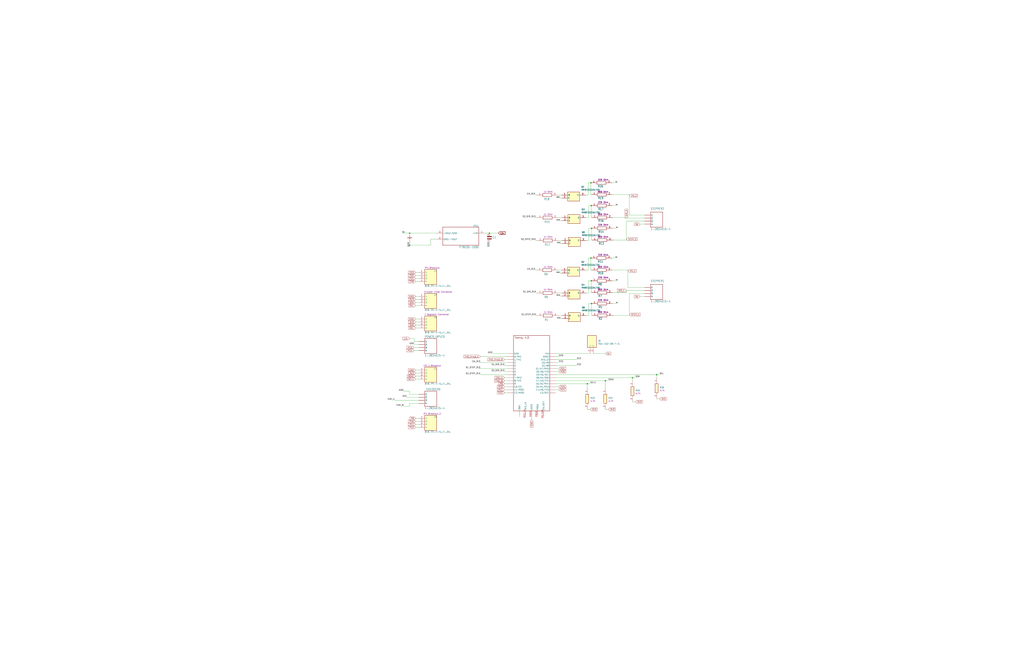
<source format=kicad_sch>
(kicad_sch (version 20230121) (generator eeschema)

  (uuid 60059603-efd9-49e7-bd5e-3f869c496aa0)

  (paper "D")

  (lib_symbols
    (symbol "ELS-eagle-import:1-2834015-4" (in_bom yes) (on_board yes)
      (property "Reference" "J" (at -5.08 8.255 0)
        (effects (font (size 1.778 1.5113)) (justify left bottom))
      )
      (property "Value" "" (at -5.08 -7.62 0)
        (effects (font (size 1.778 1.5113)) (justify left bottom))
      )
      (property "Footprint" "ELS:TE_1-2834015-4" (at 0 0 0)
        (effects (font (size 1.27 1.27)) hide)
      )
      (property "Datasheet" "" (at 0 0 0)
        (effects (font (size 1.27 1.27)) hide)
      )
      (property "ki_locked" "" (at 0 0 0)
        (effects (font (size 1.27 1.27)))
      )
      (symbol "1-2834015-4_1_0"
        (polyline
          (pts
            (xy -5.08 -5.08)
            (xy -5.08 7.62)
          )
          (stroke (width 0.254) (type solid))
          (fill (type none))
        )
        (polyline
          (pts
            (xy -5.08 7.62)
            (xy 5.08 7.62)
          )
          (stroke (width 0.254) (type solid))
          (fill (type none))
        )
        (polyline
          (pts
            (xy 5.08 -5.08)
            (xy -5.08 -5.08)
          )
          (stroke (width 0.254) (type solid))
          (fill (type none))
        )
        (polyline
          (pts
            (xy 5.08 7.62)
            (xy 5.08 -5.08)
          )
          (stroke (width 0.254) (type solid))
          (fill (type none))
        )
        (pin passive line (at -10.16 5.08 0) (length 5.08)
          (name "1" (effects (font (size 1.27 1.27))))
          (number "1_1" (effects (font (size 0 0))))
        )
        (pin passive line (at -10.16 5.08 0) (length 5.08)
          (name "1" (effects (font (size 1.27 1.27))))
          (number "1_2" (effects (font (size 0 0))))
        )
        (pin passive line (at -10.16 2.54 0) (length 5.08)
          (name "2" (effects (font (size 1.27 1.27))))
          (number "2_1" (effects (font (size 0 0))))
        )
        (pin passive line (at -10.16 2.54 0) (length 5.08)
          (name "2" (effects (font (size 1.27 1.27))))
          (number "2_2" (effects (font (size 0 0))))
        )
        (pin passive line (at -10.16 0 0) (length 5.08)
          (name "3" (effects (font (size 1.27 1.27))))
          (number "3_1" (effects (font (size 0 0))))
        )
        (pin passive line (at -10.16 0 0) (length 5.08)
          (name "3" (effects (font (size 1.27 1.27))))
          (number "3_2" (effects (font (size 0 0))))
        )
        (pin passive line (at -10.16 -2.54 0) (length 5.08)
          (name "4" (effects (font (size 1.27 1.27))))
          (number "4_1" (effects (font (size 0 0))))
        )
        (pin passive line (at -10.16 -2.54 0) (length 5.08)
          (name "4" (effects (font (size 1.27 1.27))))
          (number "4_2" (effects (font (size 0 0))))
        )
      )
    )
    (symbol "ELS-eagle-import:CL31B106KBHNNNE" (in_bom yes) (on_board yes)
      (property "Reference" "C" (at 0 3.8109 0)
        (effects (font (size 1.7784 1.5116)) (justify left bottom))
      )
      (property "Value" "" (at 0 -5.0884 0)
        (effects (font (size 1.7809 1.5137)) (justify left bottom))
      )
      (property "Footprint" "ELS:CAPC3216X140N" (at 0 0 0)
        (effects (font (size 1.27 1.27)) hide)
      )
      (property "Datasheet" "" (at 0 0 0)
        (effects (font (size 1.27 1.27)) hide)
      )
      (property "ki_locked" "" (at 0 0 0)
        (effects (font (size 1.27 1.27)))
      )
      (symbol "CL31B106KBHNNNE_1_0"
        (rectangle (start 0 -1.9068) (end 0.635 1.905)
          (stroke (width 0) (type default))
          (fill (type outline))
        )
        (rectangle (start 1.9068 -1.9068) (end 2.54 1.905)
          (stroke (width 0) (type default))
          (fill (type outline))
        )
        (pin passive line (at -2.54 0 0) (length 2.54)
          (name "1" (effects (font (size 0 0))))
          (number "1" (effects (font (size 1.27 1.27))))
        )
        (pin passive line (at 5.08 0 180) (length 2.54)
          (name "2" (effects (font (size 0 0))))
          (number "2" (effects (font (size 1.27 1.27))))
        )
      )
    )
    (symbol "ELS-eagle-import:CL32B226MOJNNNECAP_CL32_SAM-M" (in_bom yes) (on_board yes)
      (property "Reference" "C" (at -4.0894 2.0828 0)
        (effects (font (size 3.4798 2.9578)) (justify left bottom) hide)
      )
      (property "Value" "" (at -5.1562 -5.5372 0)
        (effects (font (size 3.4798 2.9578)) (justify left bottom) hide)
      )
      (property "Footprint" "ELS:CAP_CL32_SAM-M" (at 0 0 0)
        (effects (font (size 1.27 1.27)) hide)
      )
      (property "Datasheet" "" (at 0 0 0)
        (effects (font (size 1.27 1.27)) hide)
      )
      (property "ki_locked" "" (at 0 0 0)
        (effects (font (size 1.27 1.27)))
      )
      (symbol "CL32B226MOJNNNECAP_CL32_SAM-M_1_0"
        (polyline
          (pts
            (xy 2.54 0)
            (xy 3.4798 0)
          )
          (stroke (width 0.2032) (type solid))
          (fill (type none))
        )
        (polyline
          (pts
            (xy 3.4798 -1.905)
            (xy 3.4798 0)
          )
          (stroke (width 0.2032) (type solid))
          (fill (type none))
        )
        (polyline
          (pts
            (xy 3.4798 0)
            (xy 3.4798 1.905)
          )
          (stroke (width 0.2032) (type solid))
          (fill (type none))
        )
        (polyline
          (pts
            (xy 4.1148 -1.905)
            (xy 4.1148 0)
          )
          (stroke (width 0.2032) (type solid))
          (fill (type none))
        )
        (polyline
          (pts
            (xy 4.1148 0)
            (xy 4.1148 1.905)
          )
          (stroke (width 0.2032) (type solid))
          (fill (type none))
        )
        (polyline
          (pts
            (xy 4.1148 0)
            (xy 5.08 0)
          )
          (stroke (width 0.2032) (type solid))
          (fill (type none))
        )
        (pin passive line (at 0 0 0) (length 2.54)
          (name "1" (effects (font (size 0 0))))
          (number "1" (effects (font (size 0 0))))
        )
        (pin passive line (at 7.62 0 180) (length 2.54)
          (name "2" (effects (font (size 0 0))))
          (number "2" (effects (font (size 0 0))))
        )
      )
    )
    (symbol "ELS-eagle-import:CR1206-FX-8250ELF" (in_bom yes) (on_board yes)
      (property "Reference" "R" (at 13.97 6.35 0)
        (effects (font (size 1.778 1.5113)) (justify left))
      )
      (property "Value" "" (at 13.97 3.81 0)
        (effects (font (size 1.778 1.5113)) (justify left))
      )
      (property "Footprint" "ELS:RESC3216X75N" (at 0 0 0)
        (effects (font (size 1.27 1.27)) hide)
      )
      (property "Datasheet" "" (at 0 0 0)
        (effects (font (size 1.27 1.27)) hide)
      )
      (property "ki_locked" "" (at 0 0 0)
        (effects (font (size 1.27 1.27)))
      )
      (symbol "CR1206-FX-8250ELF_1_0"
        (polyline
          (pts
            (xy 5.08 1.27)
            (xy 5.08 -1.27)
          )
          (stroke (width 0.254) (type solid))
          (fill (type none))
        )
        (polyline
          (pts
            (xy 5.08 1.27)
            (xy 12.7 1.27)
          )
          (stroke (width 0.254) (type solid))
          (fill (type none))
        )
        (polyline
          (pts
            (xy 12.7 -1.27)
            (xy 5.08 -1.27)
          )
          (stroke (width 0.254) (type solid))
          (fill (type none))
        )
        (polyline
          (pts
            (xy 12.7 -1.27)
            (xy 12.7 1.27)
          )
          (stroke (width 0.254) (type solid))
          (fill (type none))
        )
        (pin bidirectional line (at 0 0 0) (length 5.08)
          (name "1" (effects (font (size 0 0))))
          (number "1" (effects (font (size 1.27 1.27))))
        )
        (pin bidirectional line (at 17.78 0 180) (length 5.08)
          (name "2" (effects (font (size 0 0))))
          (number "2" (effects (font (size 1.27 1.27))))
        )
      )
    )
    (symbol "ELS-eagle-import:CRCW12061K00FKEAC" (in_bom yes) (on_board yes)
      (property "Reference" "R" (at 13.97 6.35 0)
        (effects (font (size 1.778 1.5113)) (justify left))
      )
      (property "Value" "" (at 13.97 3.81 0)
        (effects (font (size 1.778 1.5113)) (justify left))
      )
      (property "Footprint" "ELS:RESC3216X60N" (at 0 0 0)
        (effects (font (size 1.27 1.27)) hide)
      )
      (property "Datasheet" "" (at 0 0 0)
        (effects (font (size 1.27 1.27)) hide)
      )
      (property "ki_locked" "" (at 0 0 0)
        (effects (font (size 1.27 1.27)))
      )
      (symbol "CRCW12061K00FKEAC_1_0"
        (polyline
          (pts
            (xy 5.08 1.27)
            (xy 5.08 -1.27)
          )
          (stroke (width 0.254) (type solid))
          (fill (type none))
        )
        (polyline
          (pts
            (xy 5.08 1.27)
            (xy 12.7 1.27)
          )
          (stroke (width 0.254) (type solid))
          (fill (type none))
        )
        (polyline
          (pts
            (xy 12.7 -1.27)
            (xy 5.08 -1.27)
          )
          (stroke (width 0.254) (type solid))
          (fill (type none))
        )
        (polyline
          (pts
            (xy 12.7 -1.27)
            (xy 12.7 1.27)
          )
          (stroke (width 0.254) (type solid))
          (fill (type none))
        )
        (pin bidirectional line (at 0 0 0) (length 5.08)
          (name "1" (effects (font (size 0 0))))
          (number "1" (effects (font (size 1.27 1.27))))
        )
        (pin bidirectional line (at 17.78 0 180) (length 5.08)
          (name "2" (effects (font (size 0 0))))
          (number "2" (effects (font (size 1.27 1.27))))
        )
      )
    )
    (symbol "ELS-eagle-import:CRCW1206220RFKEAC" (in_bom yes) (on_board yes)
      (property "Reference" "R" (at 13.97 6.35 0)
        (effects (font (size 1.778 1.5113)) (justify left))
      )
      (property "Value" "" (at 13.97 3.81 0)
        (effects (font (size 1.778 1.5113)) (justify left))
      )
      (property "Footprint" "ELS:RESC3216X60N" (at 0 0 0)
        (effects (font (size 1.27 1.27)) hide)
      )
      (property "Datasheet" "" (at 0 0 0)
        (effects (font (size 1.27 1.27)) hide)
      )
      (property "ki_locked" "" (at 0 0 0)
        (effects (font (size 1.27 1.27)))
      )
      (symbol "CRCW1206220RFKEAC_1_0"
        (polyline
          (pts
            (xy 5.08 1.27)
            (xy 5.08 -1.27)
          )
          (stroke (width 0.254) (type solid))
          (fill (type none))
        )
        (polyline
          (pts
            (xy 5.08 1.27)
            (xy 12.7 1.27)
          )
          (stroke (width 0.254) (type solid))
          (fill (type none))
        )
        (polyline
          (pts
            (xy 12.7 -1.27)
            (xy 5.08 -1.27)
          )
          (stroke (width 0.254) (type solid))
          (fill (type none))
        )
        (polyline
          (pts
            (xy 12.7 -1.27)
            (xy 12.7 1.27)
          )
          (stroke (width 0.254) (type solid))
          (fill (type none))
        )
        (pin bidirectional line (at 0 0 0) (length 5.08)
          (name "1" (effects (font (size 0 0))))
          (number "1" (effects (font (size 1.27 1.27))))
        )
        (pin bidirectional line (at 17.78 0 180) (length 5.08)
          (name "2" (effects (font (size 0 0))))
          (number "2" (effects (font (size 1.27 1.27))))
        )
      )
    )
    (symbol "ELS-eagle-import:P78E05-1000" (in_bom yes) (on_board yes)
      (property "Reference" "PS" (at -15.24 7.62 0)
        (effects (font (size 1.778 1.5113)) (justify left bottom))
      )
      (property "Value" "" (at -15.24 -10.16 0)
        (effects (font (size 1.778 1.5113)) (justify left bottom))
      )
      (property "Footprint" "ELS:CONV_P78E05-1000" (at 0 0 0)
        (effects (font (size 1.27 1.27)) hide)
      )
      (property "Datasheet" "" (at 0 0 0)
        (effects (font (size 1.27 1.27)) hide)
      )
      (property "ki_locked" "" (at 0 0 0)
        (effects (font (size 1.27 1.27)))
      )
      (symbol "P78E05-1000_1_0"
        (polyline
          (pts
            (xy -15.24 -7.62)
            (xy 15.24 -7.62)
          )
          (stroke (width 0.254) (type solid))
          (fill (type none))
        )
        (polyline
          (pts
            (xy -15.24 7.62)
            (xy -15.24 -7.62)
          )
          (stroke (width 0.254) (type solid))
          (fill (type none))
        )
        (polyline
          (pts
            (xy 15.24 -7.62)
            (xy 15.24 7.62)
          )
          (stroke (width 0.254) (type solid))
          (fill (type none))
        )
        (polyline
          (pts
            (xy 15.24 7.62)
            (xy -15.24 7.62)
          )
          (stroke (width 0.254) (type solid))
          (fill (type none))
        )
        (pin input line (at -20.32 2.54 0) (length 5.08)
          (name "+VIN" (effects (font (size 1.27 1.27))))
          (number "1" (effects (font (size 1.27 1.27))))
        )
        (pin power_in line (at 20.32 -2.54 180) (length 5.08)
          (name "GND/-VOUT" (effects (font (size 1.27 1.27))))
          (number "2" (effects (font (size 1.27 1.27))))
        )
        (pin power_in line (at 20.32 2.54 180) (length 5.08)
          (name "+VOUT/GND" (effects (font (size 1.27 1.27))))
          (number "3" (effects (font (size 1.27 1.27))))
        )
      )
    )
    (symbol "ELS-eagle-import:TEENSY_4.0" (in_bom yes) (on_board yes)
      (property "Reference" "" (at 0 0 0)
        (effects (font (size 1.27 1.27)) hide)
      )
      (property "Value" "" (at 0 0 0)
        (effects (font (size 1.27 1.27)) hide)
      )
      (property "Footprint" "ELS:TEENSY_4.0" (at 0 0 0)
        (effects (font (size 1.27 1.27)) hide)
      )
      (property "Datasheet" "" (at 0 0 0)
        (effects (font (size 1.27 1.27)) hide)
      )
      (property "ki_locked" "" (at 0 0 0)
        (effects (font (size 1.27 1.27)))
      )
      (symbol "TEENSY_4.0_1_0"
        (polyline
          (pts
            (xy -15.24 -35.56)
            (xy 15.24 -35.56)
          )
          (stroke (width 0.254) (type solid))
          (fill (type none))
        )
        (polyline
          (pts
            (xy -15.24 27.94)
            (xy -15.24 -35.56)
          )
          (stroke (width 0.254) (type solid))
          (fill (type none))
        )
        (polyline
          (pts
            (xy -15.24 27.94)
            (xy 15.24 27.94)
          )
          (stroke (width 0.254) (type solid))
          (fill (type none))
        )
        (polyline
          (pts
            (xy 15.24 27.94)
            (xy 15.24 -35.56)
          )
          (stroke (width 0.254) (type solid))
          (fill (type none))
        )
        (text "Teensy 4.0" (at -14.478 25.146 0)
          (effects (font (size 1.778 1.5113)) (justify left bottom))
        )
        (pin bidirectional line (at -20.32 10.16 0) (length 5.08)
          (name "0/RX1" (effects (font (size 1.27 1.27))))
          (number "0/RX" (effects (font (size 0 0))))
        )
        (pin bidirectional line (at -20.32 7.62 0) (length 5.08)
          (name "1/TX1" (effects (font (size 1.27 1.27))))
          (number "1/TX" (effects (font (size 0 0))))
        )
        (pin bidirectional line (at -20.32 -15.24 0) (length 5.08)
          (name "10/CS" (effects (font (size 1.27 1.27))))
          (number "10/CS" (effects (font (size 0 0))))
        )
        (pin bidirectional line (at -20.32 -17.78 0) (length 5.08)
          (name "11/MOSI" (effects (font (size 1.27 1.27))))
          (number "11/MOSI" (effects (font (size 0 0))))
        )
        (pin bidirectional line (at -20.32 -20.32 0) (length 5.08)
          (name "12/MISO" (effects (font (size 1.27 1.27))))
          (number "12/MISO" (effects (font (size 0 0))))
        )
        (pin bidirectional line (at 20.32 -20.32 180) (length 5.08)
          (name "13/SCK" (effects (font (size 1.27 1.27))))
          (number "13/SCK" (effects (font (size 0 0))))
        )
        (pin bidirectional line (at 20.32 -17.78 180) (length 5.08)
          (name "14/A0/TX3" (effects (font (size 1.27 1.27))))
          (number "14/A0" (effects (font (size 0 0))))
        )
        (pin bidirectional line (at 20.32 -15.24 180) (length 5.08)
          (name "15/A1/RX3" (effects (font (size 1.27 1.27))))
          (number "15/A1" (effects (font (size 0 0))))
        )
        (pin bidirectional line (at 20.32 -12.7 180) (length 5.08)
          (name "16/A2/RX4" (effects (font (size 1.27 1.27))))
          (number "16/A2" (effects (font (size 0 0))))
        )
        (pin bidirectional line (at 20.32 -10.16 180) (length 5.08)
          (name "17/A3/TX4" (effects (font (size 1.27 1.27))))
          (number "17/A3" (effects (font (size 0 0))))
        )
        (pin bidirectional line (at 20.32 -7.62 180) (length 5.08)
          (name "18/A4/SDA" (effects (font (size 1.27 1.27))))
          (number "18/A4/SDA" (effects (font (size 0 0))))
        )
        (pin bidirectional line (at 20.32 -5.08 180) (length 5.08)
          (name "19/A5/SCL" (effects (font (size 1.27 1.27))))
          (number "19/A5/SCL" (effects (font (size 0 0))))
        )
        (pin bidirectional line (at -20.32 5.08 0) (length 5.08)
          (name "2" (effects (font (size 1.27 1.27))))
          (number "2" (effects (font (size 0 0))))
        )
        (pin bidirectional line (at 20.32 -2.54 180) (length 5.08)
          (name "20/A6/TX5" (effects (font (size 1.27 1.27))))
          (number "20/A6" (effects (font (size 0 0))))
        )
        (pin bidirectional line (at 20.32 0 180) (length 5.08)
          (name "21/A7/RX5" (effects (font (size 1.27 1.27))))
          (number "21/A7" (effects (font (size 0 0))))
        )
        (pin bidirectional line (at 20.32 2.54 180) (length 5.08)
          (name "22/A8" (effects (font (size 1.27 1.27))))
          (number "22/A8" (effects (font (size 0 0))))
        )
        (pin bidirectional line (at 20.32 5.08 180) (length 5.08)
          (name "23/A9" (effects (font (size 1.27 1.27))))
          (number "23/A9" (effects (font (size 0 0))))
        )
        (pin bidirectional line (at -20.32 2.54 0) (length 5.08)
          (name "3" (effects (font (size 1.27 1.27))))
          (number "3/CANTX" (effects (font (size 0 0))))
        )
        (pin bidirectional line (at -5.08 -40.64 90) (length 5.08)
          (name "3V3_LN" (effects (font (size 1.27 1.27))))
          (number "3V3_LN" (effects (font (size 1.27 1.27))))
        )
        (pin bidirectional line (at 20.32 7.62 180) (length 5.08)
          (name "3V3_LO" (effects (font (size 1.27 1.27))))
          (number "3V3_LO" (effects (font (size 0 0))))
        )
        (pin bidirectional line (at -20.32 0 0) (length 5.08)
          (name "4" (effects (font (size 1.27 1.27))))
          (number "4/CANRX" (effects (font (size 0 0))))
        )
        (pin bidirectional line (at -20.32 -2.54 0) (length 5.08)
          (name "5" (effects (font (size 1.27 1.27))))
          (number "5" (effects (font (size 0 0))))
        )
        (pin bidirectional line (at -20.32 -5.08 0) (length 5.08)
          (name "6" (effects (font (size 1.27 1.27))))
          (number "6" (effects (font (size 0 0))))
        )
        (pin bidirectional line (at -20.32 -7.62 0) (length 5.08)
          (name "7/RX2" (effects (font (size 1.27 1.27))))
          (number "7" (effects (font (size 0 0))))
        )
        (pin bidirectional line (at -20.32 -10.16 0) (length 5.08)
          (name "8/TX2" (effects (font (size 1.27 1.27))))
          (number "8" (effects (font (size 0 0))))
        )
        (pin bidirectional line (at -20.32 -12.7 0) (length 5.08)
          (name "9" (effects (font (size 1.27 1.27))))
          (number "9/CS" (effects (font (size 0 0))))
        )
        (pin bidirectional line (at -20.32 12.7 0) (length 5.08)
          (name "GND" (effects (font (size 1.27 1.27))))
          (number "GND" (effects (font (size 0 0))))
        )
        (pin bidirectional line (at 20.32 10.16 180) (length 5.08)
          (name "GND2" (effects (font (size 1.27 1.27))))
          (number "GND2" (effects (font (size 0 0))))
        )
        (pin bidirectional line (at 0 -40.64 90) (length 5.08)
          (name "GND3" (effects (font (size 1.27 1.27))))
          (number "GND3" (effects (font (size 1.27 1.27))))
        )
        (pin bidirectional line (at 10.16 -40.64 90) (length 5.08)
          (name "ON/OFF" (effects (font (size 1.27 1.27))))
          (number "ON/OFF" (effects (font (size 1.27 1.27))))
        )
        (pin bidirectional line (at 5.08 -40.64 90) (length 5.08)
          (name "PROG" (effects (font (size 1.27 1.27))))
          (number "PROG" (effects (font (size 1.27 1.27))))
        )
        (pin bidirectional line (at -10.16 -40.64 90) (length 5.08)
          (name "VBAT" (effects (font (size 1.27 1.27))))
          (number "VBAT\\" (effects (font (size 0 0))))
        )
        (pin bidirectional line (at 20.32 12.7 180) (length 5.08)
          (name "VIN" (effects (font (size 1.27 1.27))))
          (number "VIN" (effects (font (size 0 0))))
        )
      )
    )
    (symbol "SamacSys_Parts:B4B-PH-K-S_LF__SN_" (in_bom yes) (on_board yes)
      (property "Reference" "J" (at 16.51 7.62 0)
        (effects (font (size 1.27 1.27)) (justify left top))
      )
      (property "Value" "B4B-PH-K-S_LF__SN_" (at 16.51 5.08 0)
        (effects (font (size 1.27 1.27)) (justify left top))
      )
      (property "Footprint" "SHDR4W50P0X200_1X4_990X450X600P" (at 16.51 -94.92 0)
        (effects (font (size 1.27 1.27)) (justify left top) hide)
      )
      (property "Datasheet" "https://datasheet.lcsc.com/szlcsc/JST-Sales-America-B4B-PH-K-S-LF-SN_C131334.pdf" (at 16.51 -194.92 0)
        (effects (font (size 1.27 1.27)) (justify left top) hide)
      )
      (property "Height" "6" (at 16.51 -394.92 0)
        (effects (font (size 1.27 1.27)) (justify left top) hide)
      )
      (property "Mouser Part Number" "" (at 16.51 -494.92 0)
        (effects (font (size 1.27 1.27)) (justify left top) hide)
      )
      (property "Mouser Price/Stock" "" (at 16.51 -594.92 0)
        (effects (font (size 1.27 1.27)) (justify left top) hide)
      )
      (property "Manufacturer_Name" "JST (JAPAN SOLDERLESS TERMINALS)" (at 16.51 -694.92 0)
        (effects (font (size 1.27 1.27)) (justify left top) hide)
      )
      (property "Manufacturer_Part_Number" "B4B-PH-K-S(LF)(SN)" (at 16.51 -794.92 0)
        (effects (font (size 1.27 1.27)) (justify left top) hide)
      )
      (property "ki_description" "Conn Shrouded Header (4 Sides) HDR 4 POS 2mm Solder ST Top Entry Thru-Hole Box" (at 0 0 0)
        (effects (font (size 1.27 1.27)) hide)
      )
      (symbol "B4B-PH-K-S_LF__SN__1_1"
        (rectangle (start 5.08 2.54) (end 15.24 -10.16)
          (stroke (width 0.254) (type default))
          (fill (type background))
        )
        (pin passive line (at 0 0 0) (length 5.08)
          (name "1" (effects (font (size 1.27 1.27))))
          (number "1" (effects (font (size 1.27 1.27))))
        )
        (pin passive line (at 0 -2.54 0) (length 5.08)
          (name "2" (effects (font (size 1.27 1.27))))
          (number "2" (effects (font (size 1.27 1.27))))
        )
        (pin passive line (at 0 -5.08 0) (length 5.08)
          (name "3" (effects (font (size 1.27 1.27))))
          (number "3" (effects (font (size 1.27 1.27))))
        )
        (pin passive line (at 0 -7.62 0) (length 5.08)
          (name "4" (effects (font (size 1.27 1.27))))
          (number "4" (effects (font (size 1.27 1.27))))
        )
      )
    )
    (symbol "SamacSys_Parts:CRCW12064K70FKEBC" (pin_names hide) (in_bom yes) (on_board yes)
      (property "Reference" "R" (at 13.97 6.35 0)
        (effects (font (size 1.27 1.27)) (justify left top))
      )
      (property "Value" "CRCW12064K70FKEBC" (at 13.97 3.81 0)
        (effects (font (size 1.27 1.27)) (justify left top))
      )
      (property "Footprint" "RESC3216X60N" (at 13.97 -96.19 0)
        (effects (font (size 1.27 1.27)) (justify left top) hide)
      )
      (property "Datasheet" "http://componentsearchengine.com/Datasheets/1/CRCW12064K70FKEBC.pdf" (at 13.97 -196.19 0)
        (effects (font (size 1.27 1.27)) (justify left top) hide)
      )
      (property "Height" "0.6" (at 13.97 -396.19 0)
        (effects (font (size 1.27 1.27)) (justify left top) hide)
      )
      (property "Mouser Part Number" "71-CRCW12064K70FKEBC" (at 13.97 -496.19 0)
        (effects (font (size 1.27 1.27)) (justify left top) hide)
      )
      (property "Mouser Price/Stock" "https://www.mouser.co.uk/ProductDetail/Vishay-Dale/CRCW12064K70FKEBC?qs=wd5RIQLrsJjx1CljEw5ujw%3D%3D" (at 13.97 -596.19 0)
        (effects (font (size 1.27 1.27)) (justify left top) hide)
      )
      (property "Manufacturer_Name" "Vishay" (at 13.97 -696.19 0)
        (effects (font (size 1.27 1.27)) (justify left top) hide)
      )
      (property "Manufacturer_Part_Number" "CRCW12064K70FKEBC" (at 13.97 -796.19 0)
        (effects (font (size 1.27 1.27)) (justify left top) hide)
      )
      (property "ki_description" "Thick Film Resistors - SMD 1/4Watt 4.7Kohms 1% Commercial Use" (at 0 0 0)
        (effects (font (size 1.27 1.27)) hide)
      )
      (symbol "CRCW12064K70FKEBC_1_1"
        (rectangle (start 5.08 1.27) (end 12.7 -1.27)
          (stroke (width 0.254) (type default))
          (fill (type background))
        )
        (pin passive line (at 0 0 0) (length 5.08)
          (name "1" (effects (font (size 1.27 1.27))))
          (number "1" (effects (font (size 1.27 1.27))))
        )
        (pin passive line (at 17.78 0 180) (length 5.08)
          (name "2" (effects (font (size 1.27 1.27))))
          (number "2" (effects (font (size 1.27 1.27))))
        )
      )
    )
    (symbol "SamacSys_Parts:MMBT2222ALT3G" (in_bom yes) (on_board yes)
      (property "Reference" "Q" (at 16.51 7.62 0)
        (effects (font (size 1.27 1.27)) (justify left top))
      )
      (property "Value" "MMBT2222ALT3G" (at 16.51 5.08 0)
        (effects (font (size 1.27 1.27)) (justify left top))
      )
      (property "Footprint" "SOT96P237X111-3N" (at 16.51 -94.92 0)
        (effects (font (size 1.27 1.27)) (justify left top) hide)
      )
      (property "Datasheet" "http://www.onsemi.com/pub/Collateral/MMBT2222LT1-D.PDF" (at 16.51 -194.92 0)
        (effects (font (size 1.27 1.27)) (justify left top) hide)
      )
      (property "Height" "1.11" (at 16.51 -394.92 0)
        (effects (font (size 1.27 1.27)) (justify left top) hide)
      )
      (property "Mouser Part Number" "863-MMBT2222ALT3G" (at 16.51 -494.92 0)
        (effects (font (size 1.27 1.27)) (justify left top) hide)
      )
      (property "Mouser Price/Stock" "https://www.mouser.co.uk/ProductDetail/onsemi/MMBT2222ALT3G?qs=R2UZ7gjkEjJUeR4kVVA5Qw%3D%3D" (at 16.51 -594.92 0)
        (effects (font (size 1.27 1.27)) (justify left top) hide)
      )
      (property "Manufacturer_Name" "onsemi" (at 16.51 -694.92 0)
        (effects (font (size 1.27 1.27)) (justify left top) hide)
      )
      (property "Manufacturer_Part_Number" "MMBT2222ALT3G" (at 16.51 -794.92 0)
        (effects (font (size 1.27 1.27)) (justify left top) hide)
      )
      (symbol "MMBT2222ALT3G_1_1"
        (rectangle (start 5.08 2.54) (end 15.24 -5.08)
          (stroke (width 0.254) (type default))
          (fill (type background))
        )
        (pin passive line (at 0 0 0) (length 5.08)
          (name "B" (effects (font (size 1.27 1.27))))
          (number "1" (effects (font (size 1.27 1.27))))
        )
        (pin passive line (at 0 -2.54 0) (length 5.08)
          (name "E" (effects (font (size 1.27 1.27))))
          (number "2" (effects (font (size 1.27 1.27))))
        )
        (pin passive line (at 20.32 0 180) (length 5.08)
          (name "C" (effects (font (size 1.27 1.27))))
          (number "3" (effects (font (size 1.27 1.27))))
        )
      )
    )
    (symbol "SamacSys_Parts:TSW-102-09-T-S" (in_bom yes) (on_board yes)
      (property "Reference" "J" (at 16.51 7.62 0)
        (effects (font (size 1.27 1.27)) (justify left top))
      )
      (property "Value" "TSW-102-09-T-S" (at 16.51 5.08 0)
        (effects (font (size 1.27 1.27)) (justify left top))
      )
      (property "Footprint" "TSW-102-XX-YY-S" (at 16.51 -94.92 0)
        (effects (font (size 1.27 1.27)) (justify left top) hide)
      )
      (property "Datasheet" "http://suddendocs.samtec.com/prints/tsw-xxx-xx-xxx-x-xx-xxx-mkt.pdf" (at 16.51 -194.92 0)
        (effects (font (size 1.27 1.27)) (justify left top) hide)
      )
      (property "Height" "" (at 16.51 -394.92 0)
        (effects (font (size 1.27 1.27)) (justify left top) hide)
      )
      (property "Mouser Part Number" "" (at 16.51 -494.92 0)
        (effects (font (size 1.27 1.27)) (justify left top) hide)
      )
      (property "Mouser Price/Stock" "" (at 16.51 -594.92 0)
        (effects (font (size 1.27 1.27)) (justify left top) hide)
      )
      (property "Manufacturer_Name" "SAMTEC" (at 16.51 -694.92 0)
        (effects (font (size 1.27 1.27)) (justify left top) hide)
      )
      (property "Manufacturer_Part_Number" "TSW-102-09-T-S" (at 16.51 -794.92 0)
        (effects (font (size 1.27 1.27)) (justify left top) hide)
      )
      (property "ki_description" "2 Position, Single Row, Classic PCB Header Strips, 0.100&quot; pitch" (at 0 0 0)
        (effects (font (size 1.27 1.27)) hide)
      )
      (symbol "TSW-102-09-T-S_1_1"
        (rectangle (start 5.08 2.54) (end 15.24 -5.08)
          (stroke (width 0.254) (type default))
          (fill (type background))
        )
        (pin passive line (at 0 0 0) (length 5.08)
          (name "1" (effects (font (size 1.27 1.27))))
          (number "1" (effects (font (size 1.27 1.27))))
        )
        (pin passive line (at 0 -2.54 0) (length 5.08)
          (name "2" (effects (font (size 1.27 1.27))))
          (number "2" (effects (font (size 1.27 1.27))))
        )
      )
    )
  )

  (junction (at 498.3659 217.7981) (diameter 0) (color 0 0 0 0)
    (uuid 16aa435d-b44e-49f8-940c-82ac3b4d4da7)
  )
  (junction (at 553.72 316.23) (diameter 0) (color 0 0 0 0)
    (uuid 185495b2-90ca-437c-97d9-ccf608626967)
  )
  (junction (at 345.44 207.01) (diameter 0) (color 0 0 0 0)
    (uuid 2ae64fec-7550-4334-a1cb-d3f0fe1c4693)
  )
  (junction (at 510.54 321.31) (diameter 0) (color 0 0 0 0)
    (uuid 2e7d31c7-71bc-423b-a926-14b7c16ec471)
  )
  (junction (at 345.44 196.85) (diameter 0) (color 0 0 0 0)
    (uuid 341fd65a-dbf9-458e-9613-33086827f63c)
  )
  (junction (at 412.75 196.85) (diameter 0) (color 0 0 0 0)
    (uuid 3926e1b0-326d-4121-9d24-a823aa801ade)
  )
  (junction (at 498.8551 256.1731) (diameter 0) (color 0 0 0 0)
    (uuid 3c732b90-edf9-4487-9225-139b1fa10b9b)
  )
  (junction (at 495.3 323.85) (diameter 0) (color 0 0 0 0)
    (uuid 50e14175-60c6-49fa-9d8a-3ddb31739044)
  )
  (junction (at 498.6594 236.9856) (diameter 0) (color 0 0 0 0)
    (uuid 5d0d8c3f-28aa-4e86-b556-e0503e393402)
  )
  (junction (at 498.3659 154.2981) (diameter 0) (color 0 0 0 0)
    (uuid 76f419fc-a1c9-492b-9735-90ef9f5e6711)
  )
  (junction (at 498.8551 192.6731) (diameter 0) (color 0 0 0 0)
    (uuid aa74c098-7c82-4dd7-b4a3-47517d4e96e0)
  )
  (junction (at 498.6594 173.4856) (diameter 0) (color 0 0 0 0)
    (uuid cc37d47d-aeba-4cd0-ad1d-904e515eefb8)
  )
  (junction (at 533.4 318.77) (diameter 0) (color 0 0 0 0)
    (uuid f057f96d-519d-4942-ae0d-0be0fb33c515)
  )

  (wire (pts (xy 363.22 207.01) (xy 345.44 207.01))
    (stroke (width 0.1524) (type solid))
    (uuid 00eba839-7dc3-4c92-b49d-02e9ebb53e2e)
  )
  (wire (pts (xy 453.0907 202.9117) (xy 451.7473 202.9117))
    (stroke (width 0.1524) (type solid))
    (uuid 01c25112-b53f-4a15-bb6a-d742d2933494)
  )
  (wire (pts (xy 468.63 298.45) (xy 497.84 298.45))
    (stroke (width 0) (type default))
    (uuid 01d73f4e-dc0a-4338-a4f1-7db932f47a5f)
  )
  (wire (pts (xy 425.45 326.39) (xy 427.99 326.39))
    (stroke (width 0) (type default))
    (uuid 022c145f-4a67-49e6-937c-8fb13a975abe)
  )
  (wire (pts (xy 528.32 186.69) (xy 543.56 186.69))
    (stroke (width 0.1524) (type solid))
    (uuid 036f0dab-c5e3-49c8-9288-c7f7ff29afdd)
  )
  (wire (pts (xy 468.63 321.31) (xy 510.54 321.31))
    (stroke (width 0.1524) (type solid))
    (uuid 03bb4e28-3890-49df-8eb8-b044a1ad8bae)
  )
  (wire (pts (xy 425.45 321.31) (xy 427.99 321.31))
    (stroke (width 0) (type default))
    (uuid 0447c2ba-63c1-4997-891a-c5b6af28d83f)
  )
  (wire (pts (xy 495.3 323.85) (xy 495.3 327.66))
    (stroke (width 0) (type default))
    (uuid 0591a4fe-d59b-4d5d-a492-45eaa451e088)
  )
  (wire (pts (xy 425.45 328.93) (xy 427.99 328.93))
    (stroke (width 0) (type default))
    (uuid 068e86ae-8439-4d04-9572-eaf299047d6c)
  )
  (wire (pts (xy 543.56 189.23) (xy 539.75 189.23))
    (stroke (width 0.1524) (type solid))
    (uuid 076ad61d-c1ca-43f9-80e4-6cbe6487468e)
  )
  (wire (pts (xy 345.44 204.47) (xy 345.44 207.01))
    (stroke (width 0.1524) (type solid))
    (uuid 090da971-b806-440f-89ca-aa3132890dda)
  )
  (wire (pts (xy 516.7212 246.9964) (xy 528.32 246.9964))
    (stroke (width 0.1524) (type solid))
    (uuid 096c6a75-a92a-47ae-b61f-4dd09acea424)
  )
  (wire (pts (xy 468.63 311.15) (xy 471.17 311.15))
    (stroke (width 0) (type default))
    (uuid 0bf243e6-6110-4d6d-b10b-21ccc5aa5370)
  )
  (wire (pts (xy 516.9168 202.6839) (xy 528.32 202.6839))
    (stroke (width 0.1524) (type solid))
    (uuid 0cf23691-4893-45ef-a2f0-58d0085cb457)
  )
  (wire (pts (xy 345.44 330.2) (xy 340.36 330.2))
    (stroke (width 0.1524) (type solid))
    (uuid 0d0bddfa-866f-4fd8-9c0d-415927452b4e)
  )
  (wire (pts (xy 498.8551 192.6731) (xy 498.8551 202.6839))
    (stroke (width 0.1524) (type solid))
    (uuid 193e418c-3fdc-44b2-8656-13ea52e48ac9)
  )
  (wire (pts (xy 494.4284 202.9117) (xy 496.57 202.9117))
    (stroke (width 0.1524) (type solid))
    (uuid 1a591717-e098-4c85-ad2c-e49d02869fd5)
  )
  (wire (pts (xy 496.0808 154.2981) (xy 498.3659 154.2981))
    (stroke (width 0.1524) (type solid))
    (uuid 1a7ac146-efd9-406b-b13c-9c514db3065a)
  )
  (wire (pts (xy 474.1084 268.9974) (xy 472.6729 268.9974))
    (stroke (width 0.1524) (type solid))
    (uuid 1deb9496-023e-46cf-8422-d1142ee30369)
  )
  (wire (pts (xy 528.32 202.6839) (xy 528.32 186.69))
    (stroke (width 0.1524) (type solid))
    (uuid 24ad2edc-30e7-442a-85f7-21f76ca3e3c7)
  )
  (wire (pts (xy 500.38 298.45) (xy 510.54 298.45))
    (stroke (width 0) (type default))
    (uuid 24e8c673-225b-4111-8659-9247d21ca9e4)
  )
  (wire (pts (xy 363.22 201.93) (xy 363.22 207.01))
    (stroke (width 0.1524) (type solid))
    (uuid 24f9df8e-74e6-4f35-8fbd-5e8829ffa86c)
  )
  (wire (pts (xy 468.63 326.39) (xy 471.17 326.39))
    (stroke (width 0) (type default))
    (uuid 25ddb262-7964-45f7-8355-f1008c856a04)
  )
  (wire (pts (xy 553.72 316.23) (xy 553.72 318.77))
    (stroke (width 0) (type default))
    (uuid 287e01b8-653b-4ca9-95d3-20d123c9abd6)
  )
  (wire (pts (xy 345.44 196.85) (xy 339.09 196.85))
    (stroke (width 0.1524) (type solid))
    (uuid 28dea126-a6a3-47cc-ac3b-807ec336da17)
  )
  (wire (pts (xy 345.44 340.36) (xy 345.44 342.9))
    (stroke (width 0.1524) (type solid))
    (uuid 2a8d7b98-276b-4439-a142-e95b3f1ac390)
  )
  (wire (pts (xy 474.1084 266.4117) (xy 470.8707 266.4117))
    (stroke (width 0.1524) (type solid))
    (uuid 2b01b654-7eeb-4b47-9491-448c1ea75d1e)
  )
  (wire (pts (xy 496.0808 228.0368) (xy 496.0808 217.7981))
    (stroke (width 0.1524) (type solid))
    (uuid 2c3ac081-61c8-4ba3-b0b5-af8006010665)
  )
  (wire (pts (xy 350.52 255.27) (xy 353.06 255.27))
    (stroke (width 0) (type default))
    (uuid 2c4e6bee-9960-4a3e-8fdb-0b0983f32f10)
  )
  (wire (pts (xy 496.0808 217.7981) (xy 498.3659 217.7981))
    (stroke (width 0.1524) (type solid))
    (uuid 31dd3cf4-9278-420b-bf3e-37d1f6f66b2c)
  )
  (wire (pts (xy 498.3659 154.2981) (xy 498.3659 164.309))
    (stroke (width 0.1524) (type solid))
    (uuid 320739d3-d999-4b36-886c-e6c1a1dd4a5b)
  )
  (wire (pts (xy 474.1084 268.9517) (xy 474.1084 268.9974))
    (stroke (width 0.1524) (type solid))
    (uuid 32f67d21-0ef8-43f3-9c38-26c8579524ee)
  )
  (wire (pts (xy 530.86 266.1839) (xy 530.86 247.65))
    (stroke (width 0.1524) (type solid))
    (uuid 332fd786-1494-489e-a0e2-0a474391cdfb)
  )
  (wire (pts (xy 468.63 303.53) (xy 486.41 303.53))
    (stroke (width 0.1524) (type solid))
    (uuid 37f7c8e4-68af-4709-8dff-504d016e9037)
  )
  (wire (pts (xy 350.52 232.41) (xy 353.06 232.41))
    (stroke (width 0) (type default))
    (uuid 3864a0a0-9636-4620-9252-4e35a8fbb7d8)
  )
  (wire (pts (xy 474.1084 202.9117) (xy 470.8707 202.9117))
    (stroke (width 0.1524) (type solid))
    (uuid 3aad5398-4fb7-4524-a84d-2dd19cb21264)
  )
  (wire (pts (xy 349.25 285.75) (xy 345.44 285.75))
    (stroke (width 0.1524) (type solid))
    (uuid 3ab783bc-7ab9-4c14-92a9-66e45b21db58)
  )
  (wire (pts (xy 473.6193 228.0368) (xy 470.3815 228.0368))
    (stroke (width 0.1524) (type solid))
    (uuid 3acc9d76-0a07-4011-96e3-0f7aa11bf32a)
  )
  (wire (pts (xy 498.3659 227.809) (xy 498.6476 227.809))
    (stroke (width 0.1524) (type solid))
    (uuid 3d99fd85-678f-49ff-9448-2ac323862151)
  )
  (wire (pts (xy 553.72 336.55) (xy 556.26 336.55))
    (stroke (width 0) (type default))
    (uuid 3dd48510-3111-4821-aeac-11dc4cffd5af)
  )
  (wire (pts (xy 473.6193 167.0768) (xy 472.1091 167.0768))
    (stroke (width 0.1524) (type solid))
    (uuid 3eb6ca6f-c0b0-443a-a2c4-85f8cbc2f9a6)
  )
  (wire (pts (xy 553.72 316.23) (xy 556.26 316.23))
    (stroke (width 0.1524) (type solid))
    (uuid 40f486fe-4f07-4d2b-be83-bfa333f7b67c)
  )
  (wire (pts (xy 350.52 229.87) (xy 353.06 229.87))
    (stroke (width 0) (type default))
    (uuid 4193ed42-ce4f-4f17-9e93-944a7c67ab78)
  )
  (wire (pts (xy 527.05 183.4964) (xy 527.05 184.15))
    (stroke (width 0.1524) (type solid))
    (uuid 44600abe-bd02-40ae-9ddc-5f50c775da89)
  )
  (wire (pts (xy 468.63 300.99) (xy 471.17 300.99))
    (stroke (width 0.1524) (type solid))
    (uuid 4527480f-3aef-4869-9a0f-0fed23b5426c)
  )
  (wire (pts (xy 498.8551 266.1839) (xy 499.1368 266.1839))
    (stroke (width 0.1524) (type solid))
    (uuid 499780e4-d88f-4f08-a5e9-67704851f347)
  )
  (wire (pts (xy 493.9393 164.5368) (xy 496.0808 164.5368))
    (stroke (width 0.1524) (type solid))
    (uuid 4b5bd1bf-f3ad-4bf2-b8a5-fa86f139645f)
  )
  (wire (pts (xy 345.44 342.9) (xy 340.36 342.9))
    (stroke (width 0.1524) (type solid))
    (uuid 4c5ef6de-bf0d-497f-928b-8246455a05bf)
  )
  (wire (pts (xy 527.05 184.15) (xy 543.56 184.15))
    (stroke (width 0.1524) (type solid))
    (uuid 4d892b21-b2d8-4a85-8ca0-654bb3fff5b9)
  )
  (wire (pts (xy 494.2328 247.2242) (xy 496.3743 247.2242))
    (stroke (width 0.1524) (type solid))
    (uuid 4dcf1e5d-1371-4636-b411-1df7f3cb166e)
  )
  (wire (pts (xy 496.3743 173.4856) (xy 498.6594 173.4856))
    (stroke (width 0.1524) (type solid))
    (uuid 4ee72d9e-aeda-4768-a159-7c85b3b515ed)
  )
  (wire (pts (xy 425.45 323.85) (xy 427.99 323.85))
    (stroke (width 0) (type default))
    (uuid 4f984027-11c3-452b-86c2-50e8ee7eac24)
  )
  (wire (pts (xy 494.4284 266.4117) (xy 496.57 266.4117))
    (stroke (width 0.1524) (type solid))
    (uuid 5172d705-04c1-4021-b474-2a04c29ba350)
  )
  (wire (pts (xy 494.2328 183.7242) (xy 496.3743 183.7242))
    (stroke (width 0.1524) (type solid))
    (uuid 51928283-689b-4daa-8990-4f0a37872883)
  )
  (wire (pts (xy 473.9128 186.2642) (xy 473.9128 186.318))
    (stroke (width 0.1524) (type solid))
    (uuid 529d1426-235d-43dc-b633-02788e0f5988)
  )
  (wire (pts (xy 468.63 316.23) (xy 553.72 316.23))
    (stroke (width 0.1524) (type solid))
    (uuid 53204b2e-368a-4770-8263-3a0c092474e6)
  )
  (wire (pts (xy 510.54 345.44) (xy 513.08 345.44))
    (stroke (width 0) (type default))
    (uuid 54b5b8f5-1ff8-46bf-8509-8b9ed78a12fd)
  )
  (wire (pts (xy 350.52 250.19) (xy 353.06 250.19))
    (stroke (width 0) (type default))
    (uuid 55111437-dd0e-4194-9179-037b00eb8d27)
  )
  (wire (pts (xy 498.8551 202.6839) (xy 499.1368 202.6839))
    (stroke (width 0.1524) (type solid))
    (uuid 55cddc3e-b500-4950-bc3f-2338a2ca8db7)
  )
  (wire (pts (xy 473.9128 247.2242) (xy 470.675 247.2242))
    (stroke (width 0.1524) (type solid))
    (uuid 56a77ad6-ac71-414f-a623-4db3c9e86a8b)
  )
  (wire (pts (xy 353.06 332.74) (xy 345.44 332.74))
    (stroke (width 0.1524) (type solid))
    (uuid 592f1b88-141c-4c55-af5f-f1aa24b931af)
  )
  (wire (pts (xy 473.6193 230.5768) (xy 472.1091 230.5768))
    (stroke (width 0.1524) (type solid))
    (uuid 59e3ff9f-b3dc-408e-930e-4469a8a0f2ad)
  )
  (wire (pts (xy 474.1084 205.4517) (xy 474.1084 205.4974))
    (stroke (width 0.1524) (type solid))
    (uuid 5a430009-4b2f-4086-ba84-26ca422dc5e1)
  )
  (wire (pts (xy 516.1459 217.7981) (xy 518.9408 217.7981))
    (stroke (width 0.1524) (type solid))
    (uuid 5aa8dfcb-a40b-4189-9d08-1d0be4c45669)
  )
  (wire (pts (xy 345.44 332.74) (xy 345.44 330.2))
    (stroke (width 0.1524) (type solid))
    (uuid 5b0e7b6b-8924-484f-ac31-85e469cf3031)
  )
  (wire (pts (xy 468.63 318.77) (xy 533.4 318.77))
    (stroke (width 0.1524) (type solid))
    (uuid 5db575e5-ed6b-4783-b7ff-c27f645f36c4)
  )
  (wire (pts (xy 345.44 207.01) (xy 345.44 208.28))
    (stroke (width 0.1524) (type solid))
    (uuid 63e85281-8694-4132-a527-31fc8bf01b52)
  )
  (wire (pts (xy 368.3 201.93) (xy 363.22 201.93))
    (stroke (width 0.1524) (type solid))
    (uuid 6401e435-4b65-40bf-ab56-03d7207b71f8)
  )
  (wire (pts (xy 529.59 242.57) (xy 543.56 242.57))
    (stroke (width 0.1524) (type solid))
    (uuid 663e9d7f-c6dd-4c1d-8d93-32c30876e3f4)
  )
  (wire (pts (xy 350.52 360.68) (xy 353.06 360.68))
    (stroke (width 0) (type default))
    (uuid 6990d288-c156-40fb-b130-56c715132790)
  )
  (wire (pts (xy 349.25 288.29) (xy 349.25 285.75))
    (stroke (width 0.1524) (type solid))
    (uuid 6e0e0b3e-a55a-473f-87e9-c4e9385d4da3)
  )
  (wire (pts (xy 452.895 247.2242) (xy 452.0094 247.2242))
    (stroke (width 0.1524) (type solid))
    (uuid 70314168-4714-4de9-b358-77fc480ba965)
  )
  (wire (pts (xy 533.4 339.09) (xy 535.94 339.09))
    (stroke (width 0) (type default))
    (uuid 74128fc4-c77a-4843-aaa7-985efbafc83c)
  )
  (wire (pts (xy 353.06 288.29) (xy 349.25 288.29))
    (stroke (width 0.1524) (type solid))
    (uuid 752fd45f-e6eb-49bb-92c9-727a62d32bcd)
  )
  (wire (pts (xy 425.45 303.53) (xy 427.99 303.53))
    (stroke (width 0) (type default))
    (uuid 774a139d-1c24-4a14-9c23-310891fe5ae6)
  )
  (wire (pts (xy 473.9128 249.818) (xy 472.2501 249.818))
    (stroke (width 0.1524) (type solid))
    (uuid 7aa4724d-a378-4b24-b241-5b101340fa73)
  )
  (wire (pts (xy 496.57 266.4117) (xy 496.57 256.1731))
    (stroke (width 0.1524) (type solid))
    (uuid 7afd96c6-49d6-4bb3-8775-996a1cac541f)
  )
  (wire (pts (xy 448.31 351.79) (xy 448.31 354.33))
    (stroke (width 0) (type default))
    (uuid 8057dff8-5033-4056-adb3-9df7722cbbb1)
  )
  (wire (pts (xy 425.45 331.47) (xy 427.99 331.47))
    (stroke (width 0) (type default))
    (uuid 828ff945-397e-4167-849f-d19224320a62)
  )
  (wire (pts (xy 516.6351 192.6731) (xy 519.43 192.6731))
    (stroke (width 0.1524) (type solid))
    (uuid 8434705a-888b-4953-918c-3e34b1c9f77a)
  )
  (wire (pts (xy 350.52 269.24) (xy 353.06 269.24))
    (stroke (width 0) (type default))
    (uuid 889c578d-d26c-4288-b227-26ba6d8039bd)
  )
  (wire (pts (xy 350.52 271.78) (xy 353.06 271.78))
    (stroke (width 0) (type default))
    (uuid 8c7ad3dd-92af-4d8b-ab62-87c1a9714a1b)
  )
  (wire (pts (xy 495.3 345.44) (xy 497.84 345.44))
    (stroke (width 0) (type default))
    (uuid 8cca8c5c-f663-40ae-9c60-a20585403d0e)
  )
  (wire (pts (xy 496.57 192.6731) (xy 498.8551 192.6731))
    (stroke (width 0.1524) (type solid))
    (uuid 8db6f377-c917-4722-912a-c2529abf0569)
  )
  (wire (pts (xy 530.86 247.65) (xy 543.56 247.65))
    (stroke (width 0.1524) (type solid))
    (uuid 900a8f68-2bfc-48a4-b8af-80e11d92eeb7)
  )
  (wire (pts (xy 530.86 181.61) (xy 543.56 181.61))
    (stroke (width 0.1524) (type solid))
    (uuid 977f7452-b84f-4b35-a56d-9a037dcd6190)
  )
  (wire (pts (xy 408.94 196.85) (xy 412.75 196.85))
    (stroke (width 0.1524) (type solid))
    (uuid 985a1498-d148-4c37-8f6d-b10f9645e962)
  )
  (wire (pts (xy 350.52 257.81) (xy 353.06 257.81))
    (stroke (width 0) (type default))
    (uuid 98c2862a-16af-42e5-8da7-8036b16bf8fc)
  )
  (wire (pts (xy 350.52 276.86) (xy 353.06 276.86))
    (stroke (width 0) (type default))
    (uuid 9b1bd02c-b88b-4665-8dff-23ce0724c381)
  )
  (wire (pts (xy 498.6594 173.4856) (xy 498.6594 183.4964))
    (stroke (width 0.1524) (type solid))
    (uuid 9bbc56e4-1962-4abd-a8eb-bed32d9f913e)
  )
  (wire (pts (xy 350.52 274.32) (xy 353.06 274.32))
    (stroke (width 0) (type default))
    (uuid 9e3ce263-f371-4624-8b2a-23ac0d8f239d)
  )
  (wire (pts (xy 427.99 298.45) (xy 415.29 298.45))
    (stroke (width 0.1524) (type solid))
    (uuid 9e6538cc-03d5-4c3d-b287-72508fac140f)
  )
  (wire (pts (xy 350.52 234.95) (xy 353.06 234.95))
    (stroke (width 0) (type default))
    (uuid a09c0bb6-3a99-41b6-92e1-ad44f21fee06)
  )
  (wire (pts (xy 516.4394 173.4856) (xy 519.2343 173.4856))
    (stroke (width 0.1524) (type solid))
    (uuid a1e377ad-9624-45a9-9d04-baee3a2533a1)
  )
  (wire (pts (xy 498.3659 164.309) (xy 498.6476 164.309))
    (stroke (width 0.1524) (type solid))
    (uuid a20fa4b4-b359-45d1-ae15-057548d8a44f)
  )
  (wire (pts (xy 516.1459 154.2981) (xy 518.9408 154.2981))
    (stroke (width 0.1524) (type solid))
    (uuid a214b932-6a04-425b-9958-835fe6f8d140)
  )
  (wire (pts (xy 353.06 340.36) (xy 345.44 340.36))
    (stroke (width 0.1524) (type solid))
    (uuid a43bf21c-6605-435d-8b1d-4a0cae5bdf35)
  )
  (wire (pts (xy 350.52 320.04) (xy 353.06 320.04))
    (stroke (width 0) (type default))
    (uuid a472fc67-38d9-4497-b3a7-15bffe411ac7)
  )
  (wire (pts (xy 496.3743 236.9856) (xy 498.6594 236.9856))
    (stroke (width 0.1524) (type solid))
    (uuid a64362dd-b466-43ef-a24c-1677d80b703b)
  )
  (wire (pts (xy 368.3 196.85) (xy 345.44 196.85))
    (stroke (width 0.1524) (type solid))
    (uuid a7e40a15-ec0d-4ed4-8855-bf84644affaf)
  )
  (wire (pts (xy 412.75 196.85) (xy 420.37 196.85))
    (stroke (width 0.1524) (type solid))
    (uuid a7e9f77d-9fc3-4184-a505-a109960d750e)
  )
  (wire (pts (xy 425.45 318.77) (xy 427.99 318.77))
    (stroke (width 0) (type default))
    (uuid a7fd36b0-c7b7-44db-ac4d-e032c3ee9556)
  )
  (wire (pts (xy 516.7212 183.4964) (xy 527.05 183.4964))
    (stroke (width 0.1524) (type solid))
    (uuid a8c3dfe5-39d8-4d53-9c0d-423b738d4205)
  )
  (wire (pts (xy 468.63 328.93) (xy 471.17 328.93))
    (stroke (width 0) (type default))
    (uuid accf5e15-2874-484b-b222-a4688e50f58e)
  )
  (wire (pts (xy 350.52 353.06) (xy 353.06 353.06))
    (stroke (width 0) (type default))
    (uuid adda8092-bd51-4fd2-883e-ffe5c6a01507)
  )
  (wire (pts (xy 529.59 227.809) (xy 529.59 242.57))
    (stroke (width 0.1524) (type solid))
    (uuid ae4e7c9e-a39d-4c1f-a2a9-cc42a5207545)
  )
  (wire (pts (xy 427.99 316.23) (xy 405.13 316.23))
    (stroke (width 0.1524) (type solid))
    (uuid ae813e3c-0d3a-4d3f-a65e-0ad818913923)
  )
  (wire (pts (xy 498.6594 246.9964) (xy 498.9412 246.9964))
    (stroke (width 0.1524) (type solid))
    (uuid aea3bb2a-1a47-43cf-af43-eb44d12cc0b2)
  )
  (wire (pts (xy 498.3659 217.7981) (xy 498.3659 227.809))
    (stroke (width 0.1524) (type solid))
    (uuid aecb2653-91f1-4136-8893-eebfe9c833fe)
  )
  (wire (pts (xy 350.52 355.6) (xy 353.06 355.6))
    (stroke (width 0) (type default))
    (uuid afbe0020-4d82-458a-8e81-1b2313099ddd)
  )
  (wire (pts (xy 353.06 290.83) (xy 349.25 290.83))
    (stroke (width 0.1524) (type solid))
    (uuid b3122e8d-acbf-4d69-ba4e-33759e522bf9)
  )
  (wire (pts (xy 533.4 318.77) (xy 535.94 318.77))
    (stroke (width 0.1524) (type solid))
    (uuid b3211a63-e2cc-48e3-8037-88b7852971cf)
  )
  (wire (pts (xy 452.6015 164.5368) (xy 451.3978 164.5368))
    (stroke (width 0.1524) (type solid))
    (uuid b3f14999-08f6-4900-a4ed-8e6e4ed278b8)
  )
  (wire (pts (xy 496.57 202.9117) (xy 496.57 192.6731))
    (stroke (width 0.1524) (type solid))
    (uuid b4ee653c-26d3-4f66-a11e-922e5fb49f1f)
  )
  (wire (pts (xy 349.25 293.37) (xy 353.06 293.37))
    (stroke (width 0) (type default))
    (uuid b5c90fa5-7132-4c62-bfce-27b31ae45368)
  )
  (wire (pts (xy 516.4276 164.309) (xy 530.86 164.309))
    (stroke (width 0.1524) (type solid))
    (uuid b687d5b5-c574-418e-b63e-fc0755be5a59)
  )
  (wire (pts (xy 516.9168 266.1839) (xy 530.86 266.1839))
    (stroke (width 0.1524) (type solid))
    (uuid b6f0d31a-f376-4a66-bbc0-dea4f1145c7e)
  )
  (wire (pts (xy 473.9128 186.318) (xy 472.2501 186.318))
    (stroke (width 0.1524) (type solid))
    (uuid b7c6545b-37f5-4202-bd3c-9c00476f881b)
  )
  (wire (pts (xy 516.6351 256.1731) (xy 519.43 256.1731))
    (stroke (width 0.1524) (type solid))
    (uuid b9865d44-9949-4224-bd1f-9ae3ff014049)
  )
  (wire (pts (xy 496.3743 183.7242) (xy 496.3743 173.4856))
    (stroke (width 0.1524) (type solid))
    (uuid bc647a30-bed7-4b1c-9b01-fc9e55a64b70)
  )
  (wire (pts (xy 350.52 312.42) (xy 353.06 312.42))
    (stroke (width 0) (type default))
    (uuid bd60e1fd-3886-4e52-8735-d3ea6b394b50)
  )
  (wire (pts (xy 350.52 252.73) (xy 353.06 252.73))
    (stroke (width 0) (type default))
    (uuid bd8176bf-90d0-46f9-9973-a93d500c2e87)
  )
  (wire (pts (xy 350.52 358.14) (xy 353.06 358.14))
    (stroke (width 0) (type default))
    (uuid bf074b18-fbaa-4440-8043-3f3094e1787a)
  )
  (wire (pts (xy 474.1084 205.4974) (xy 472.6729 205.4974))
    (stroke (width 0.1524) (type solid))
    (uuid bf46b252-9830-454e-bcca-3d8ea3a20d53)
  )
  (wire (pts (xy 353.06 335.28) (xy 342.9 335.28))
    (stroke (width 0.1524) (type solid))
    (uuid c019725c-e35a-46d3-970b-ded2f4e68106)
  )
  (wire (pts (xy 516.4276 227.809) (xy 529.59 227.809))
    (stroke (width 0.1524) (type solid))
    (uuid c48f93e6-8eab-4d28-a09b-2777fd9d43c5)
  )
  (wire (pts (xy 543.56 250.19) (xy 539.75 250.19))
    (stroke (width 0.1524) (type solid))
    (uuid c71577d8-d8ac-4b98-93c9-648a19b2db10)
  )
  (wire (pts (xy 427.99 308.61) (xy 425.45 308.61))
    (stroke (width 0.1524) (type solid))
    (uuid c7a875e2-781a-417a-95a8-7ae5856ec1f7)
  )
  (wire (pts (xy 412.75 204.47) (xy 412.75 208.28))
    (stroke (width 0.1524) (type solid))
    (uuid c7bae27b-4399-4f12-9f0a-5723992e9d05)
  )
  (wire (pts (xy 468.63 323.85) (xy 495.3 323.85))
    (stroke (width 0.1524) (type solid))
    (uuid c98b3606-ee41-4cf7-8668-d3e7f84c5e7f)
  )
  (wire (pts (xy 498.6594 183.4964) (xy 498.9412 183.4964))
    (stroke (width 0.1524) (type solid))
    (uuid ca9b56aa-116b-4eb6-9adf-ae485caf13fa)
  )
  (wire (pts (xy 528.32 246.9964) (xy 528.32 245.11))
    (stroke (width 0.1524) (type solid))
    (uuid cafce2e3-3dfc-460d-814c-28d320baa8b4)
  )
  (wire (pts (xy 473.9128 249.7642) (xy 473.9128 249.818))
    (stroke (width 0.1524) (type solid))
    (uuid cb36df12-eac1-4cb6-b567-b4d29b7457e1)
  )
  (wire (pts (xy 427.99 300.99) (xy 405.13 300.99))
    (stroke (width 0) (type default))
    (uuid cc619506-a559-42ef-90f5-8ae4577b1173)
  )
  (wire (pts (xy 468.63 313.69) (xy 471.17 313.69))
    (stroke (width 0) (type default))
    (uuid d3435fb7-1516-4f23-b3b9-0e0b480d4660)
  )
  (wire (pts (xy 493.9393 228.0368) (xy 496.0808 228.0368))
    (stroke (width 0.1524) (type solid))
    (uuid d43d307c-fe61-4a1e-ae90-99978a12e06d)
  )
  (wire (pts (xy 528.32 245.11) (xy 543.56 245.11))
    (stroke (width 0.1524) (type solid))
    (uuid d5067793-2e39-4ab6-9f63-cec0ec0f2306)
  )
  (wire (pts (xy 496.3743 247.2242) (xy 496.3743 236.9856))
    (stroke (width 0.1524) (type solid))
    (uuid d563daa7-15a9-4619-be7f-f01d0dcece25)
  )
  (wire (pts (xy 473.6193 164.5368) (xy 470.3815 164.5368))
    (stroke (width 0.1524) (type solid))
    (uuid d5abe68c-eafd-4a1d-96f7-1326a4685d7d)
  )
  (wire (pts (xy 350.52 237.49) (xy 353.06 237.49))
    (stroke (width 0) (type default))
    (uuid d7263a95-92e1-4bf4-8734-e8df55bcfaac)
  )
  (wire (pts (xy 427.99 306.07) (xy 405.13 306.07))
    (stroke (width 0.1524) (type solid))
    (uuid d8885995-0e18-48be-b315-bc82387d2595)
  )
  (wire (pts (xy 349.25 295.91) (xy 353.06 295.91))
    (stroke (width 0) (type default))
    (uuid d984f5b1-93d4-413b-9553-b50e11ecb069)
  )
  (wire (pts (xy 452.6015 228.0368) (xy 451.4852 228.0368))
    (stroke (width 0.1524) (type solid))
    (uuid e03118f9-5b24-4163-a081-333df34c7fcf)
  )
  (wire (pts (xy 495.3 323.85) (xy 497.84 323.85))
    (stroke (width 0.1524) (type solid))
    (uuid e2cfd7cf-043a-467c-ba47-c4e3f57714d4)
  )
  (wire (pts (xy 496.57 256.1731) (xy 498.8551 256.1731))
    (stroke (width 0.1524) (type solid))
    (uuid e3cdea4d-69a9-4b19-b5f9-563a77ebf79b)
  )
  (wire (pts (xy 452.895 183.7242) (xy 451.6599 183.7242))
    (stroke (width 0.1524) (type solid))
    (uuid e4bca822-ad1e-4c7e-a111-b8b2f299f3de)
  )
  (wire (pts (xy 468.63 308.61) (xy 486.41 308.61))
    (stroke (width 0.1524) (type solid))
    (uuid e6efd30c-c7f2-4aa7-8ee8-1736752b15c1)
  )
  (wire (pts (xy 427.99 313.69) (xy 425.45 313.69))
    (stroke (width 0.1524) (type solid))
    (uuid e8657c14-f4f8-4e1c-9afe-ed68cc30293c)
  )
  (wire (pts (xy 498.6594 236.9856) (xy 498.6594 246.9964))
    (stroke (width 0.1524) (type solid))
    (uuid ec2b1bff-0fdc-4975-93fc-31089ed9ea6e)
  )
  (wire (pts (xy 427.99 311.15) (xy 403.86 311.15))
    (stroke (width 0.1524) (type solid))
    (uuid eda680ca-8f03-4c9c-98cf-80646e916a9e)
  )
  (wire (pts (xy 510.54 321.31) (xy 513.08 321.31))
    (stroke (width 0.1524) (type solid))
    (uuid edc2c1b6-1720-4c93-8f3a-7ef6039af23c)
  )
  (wire (pts (xy 496.0808 164.5368) (xy 496.0808 154.2981))
    (stroke (width 0.1524) (type solid))
    (uuid edfd9503-92e0-4b2d-a539-cd05320497e9)
  )
  (wire (pts (xy 533.4 318.77) (xy 533.4 321.31))
    (stroke (width 0) (type default))
    (uuid ee1efc38-c5cb-4caa-8496-7534cdb89d09)
  )
  (wire (pts (xy 510.54 321.31) (xy 510.54 327.66))
    (stroke (width 0) (type default))
    (uuid efca868f-fd6c-4e09-910f-49afad556e2a)
  )
  (wire (pts (xy 453.0907 266.4117) (xy 452.0967 266.4117))
    (stroke (width 0.1524) (type solid))
    (uuid f0f8b02d-c8d2-439b-87fc-364175e093f8)
  )
  (wire (pts (xy 516.4394 236.9856) (xy 519.2343 236.9856))
    (stroke (width 0.1524) (type solid))
    (uuid f16afaaf-29b8-4893-9e9b-c35d19f6d7b4)
  )
  (wire (pts (xy 350.52 314.96) (xy 353.06 314.96))
    (stroke (width 0) (type default))
    (uuid f5ded7ea-d25a-4083-8842-3bb780b52f92)
  )
  (wire (pts (xy 353.06 337.82) (xy 332.74 337.82))
    (stroke (width 0.1524) (type solid))
    (uuid f5e92db0-e726-4474-958d-5e1f582dbba2)
  )
  (wire (pts (xy 473.9128 183.7242) (xy 470.675 183.7242))
    (stroke (width 0.1524) (type solid))
    (uuid f64d24c4-47ff-49f9-9b0b-bcd008f3262f)
  )
  (wire (pts (xy 530.86 164.309) (xy 530.86 181.61))
    (stroke (width 0.1524) (type solid))
    (uuid f72ccbdb-62b9-4c95-8f7a-d4b2049021c0)
  )
  (wire (pts (xy 468.63 306.07) (xy 471.17 306.07))
    (stroke (width 0.1524) (type solid))
    (uuid fd2538ca-2e87-4a2b-b1cb-b5f5e905fd95)
  )
  (wire (pts (xy 498.8551 256.1731) (xy 498.8551 266.1839))
    (stroke (width 0.1524) (type solid))
    (uuid ff47a7ba-9289-4395-a770-56ee7abc1cf4)
  )
  (wire (pts (xy 350.52 317.5) (xy 353.06 317.5))
    (stroke (width 0) (type default))
    (uuid ff819448-77aa-43a6-b75c-4da1fd4371ac)
  )

  (label "GND" (at 472.6729 205.4974 180) (fields_autoplaced)
    (effects (font (size 0.889 0.889)) (justify right bottom))
    (uuid 04f6d5bb-8e07-4ff9-8768-c2bb2e3eae84)
  )
  (label "P23" (at 471.17 306.07 0) (fields_autoplaced)
    (effects (font (size 1.2446 1.2446)) (justify left bottom))
    (uuid 12e65804-d52c-4a4a-861c-bd71141ca7b4)
  )
  (label "S1_DIR_3V3" (at 452.0094 247.2242 180) (fields_autoplaced)
    (effects (font (size 1.2446 1.2446)) (justify right bottom))
    (uuid 1467ac2f-25e4-4ea6-9673-3057c22fc2b1)
  )
  (label "GND" (at 472.1091 230.5768 180) (fields_autoplaced)
    (effects (font (size 0.889 0.889)) (justify right bottom))
    (uuid 16eaafd0-a28e-467b-ad97-8c01dfae4089)
  )
  (label "GND" (at 345.44 208.28 90) (fields_autoplaced)
    (effects (font (size 1.2446 1.2446)) (justify left bottom))
    (uuid 1876a680-d632-45c2-a456-392a181aa11b)
  )
  (label "GND" (at 472.6729 268.9974 180) (fields_autoplaced)
    (effects (font (size 0.889 0.889)) (justify right bottom))
    (uuid 1ace49c2-d559-40a1-8bf7-2554aa53389b)
  )
  (label "5V" (at 519.43 256.1731 0) (fields_autoplaced)
    (effects (font (size 0.889 0.889)) (justify left bottom))
    (uuid 1cceb1de-bee9-455c-a179-a3ee5b448232)
  )
  (label "GND" (at 472.2501 186.318 180) (fields_autoplaced)
    (effects (font (size 0.889 0.889)) (justify right bottom))
    (uuid 1d64c3e3-cb48-41c7-abf8-7be5126efc75)
  )
  (label "5V" (at 519.2343 236.9856 0) (fields_autoplaced)
    (effects (font (size 0.889 0.889)) (justify left bottom))
    (uuid 23664b35-ad32-4225-83b4-88f25f679d2f)
  )
  (label "GND" (at 415.29 298.45 180) (fields_autoplaced)
    (effects (font (size 1.2446 1.2446)) (justify right bottom))
    (uuid 27bc2bbc-b8be-4850-b8d5-3f6f38433508)
  )
  (label "S2_DIR_3V3" (at 425.45 313.69 180) (fields_autoplaced)
    (effects (font (size 1.2446 1.2446)) (justify right bottom))
    (uuid 286c38b7-36db-475a-9c09-6e376a70d0f7)
  )
  (label "EN_3V3" (at 451.3978 164.5368 180) (fields_autoplaced)
    (effects (font (size 1.2446 1.2446)) (justify right bottom))
    (uuid 33367d85-b9da-4ffd-8b0d-4b92292e7e19)
  )
  (label "3V3" (at 486.41 303.53 0) (fields_autoplaced)
    (effects (font (size 1.2446 1.2446)) (justify left bottom))
    (uuid 3929b2b3-62ca-4cec-9401-02063481570f)
  )
  (label "5V" (at 519.43 192.6731 0) (fields_autoplaced)
    (effects (font (size 0.889 0.889)) (justify left bottom))
    (uuid 3aa3ad53-7a37-45d6-95a2-04d8b4b67a61)
  )
  (label "SCL" (at 556.26 316.23 0) (fields_autoplaced)
    (effects (font (size 1.2446 1.2446)) (justify left bottom))
    (uuid 3da38c36-e7e1-432d-8a98-d00e29ec5bf8)
  )
  (label "EN_3V3" (at 451.4852 228.0368 180) (fields_autoplaced)
    (effects (font (size 1.2446 1.2446)) (justify right bottom))
    (uuid 44d3ed30-506f-4b30-964d-a405f497330b)
  )
  (label "5V" (at 518.9408 217.7981 0) (fields_autoplaced)
    (effects (font (size 0.889 0.889)) (justify left bottom))
    (uuid 57461a34-3808-44fe-961f-77ec5a04e90e)
  )
  (label "SDA" (at 535.94 318.77 0) (fields_autoplaced)
    (effects (font (size 1.2446 1.2446)) (justify left bottom))
    (uuid 72e83453-e47a-4cbb-9070-5d047917bd79)
  )
  (label "S1_STEP_3V3" (at 405.13 311.15 180) (fields_autoplaced)
    (effects (font (size 1.2446 1.2446)) (justify right bottom))
    (uuid 7379a4b2-265d-42ab-b827-df27ef21c78c)
  )
  (label "5V" (at 339.09 196.85 0) (fields_autoplaced)
    (effects (font (size 1.2446 1.2446)) (justify left bottom))
    (uuid 7afaf917-4a59-420a-b078-028652c6010e)
  )
  (label "S2_STEP_3V3" (at 451.7473 202.9117 180) (fields_autoplaced)
    (effects (font (size 1.2446 1.2446)) (justify right bottom))
    (uuid 7f6a9070-eab6-462a-92d6-33758c8a25ae)
  )
  (label "S2_STEP_3V3" (at 405.13 316.23 180) (fields_autoplaced)
    (effects (font (size 1.2446 1.2446)) (justify right bottom))
    (uuid 861173a8-4c2a-4f1e-91ab-bc50e586cef3)
  )
  (label "GND" (at 472.1091 167.0768 180) (fields_autoplaced)
    (effects (font (size 0.889 0.889)) (justify right bottom))
    (uuid 937ee328-b510-4595-8ef6-b55ee6933dfb)
  )
  (label "3V3" (at 342.9 335.28 180) (fields_autoplaced)
    (effects (font (size 1.2446 1.2446)) (justify right bottom))
    (uuid 9734d667-db04-478f-9879-b2ff54512dd3)
  )
  (label "S2_DIR_3V3" (at 451.6599 183.7242 180) (fields_autoplaced)
    (effects (font (size 1.2446 1.2446)) (justify right bottom))
    (uuid 97efcf75-b610-461f-9e0f-3e640a702b8e)
  )
  (label "P22" (at 486.41 308.61 0) (fields_autoplaced)
    (effects (font (size 1.2446 1.2446)) (justify left bottom))
    (uuid 98fc79a2-bc3c-4cda-bc89-5fccbe7b07cd)
  )
  (label "5V" (at 519.2343 173.4856 0) (fields_autoplaced)
    (effects (font (size 0.889 0.889)) (justify left bottom))
    (uuid 9948be53-0e33-4aec-8b0e-5b0b740e263d)
  )
  (label "GND" (at 340.36 330.2 180) (fields_autoplaced)
    (effects (font (size 1.2446 1.2446)) (justify right bottom))
    (uuid 9c85feb4-54ec-4335-bff9-a35f0db2053d)
  )
  (label "S1_STEP_3V3" (at 452.0967 266.4117 180) (fields_autoplaced)
    (effects (font (size 1.2446 1.2446)) (justify right bottom))
    (uuid 9f9c3fc1-900a-4214-b633-bd759416ec50)
  )
  (label "5V" (at 518.9408 154.2981 0) (fields_autoplaced)
    (effects (font (size 0.889 0.889)) (justify left bottom))
    (uuid a7d83b11-d403-43fc-ab76-a3c675762b73)
  )
  (label "SCL1" (at 497.84 323.85 0) (fields_autoplaced)
    (effects (font (size 1.2446 1.2446)) (justify left bottom))
    (uuid aa02aff1-ce29-4a0a-9733-3853d52a9f69)
  )
  (label "GND" (at 349.25 290.83 180) (fields_autoplaced)
    (effects (font (size 1.2446 1.2446)) (justify right bottom))
    (uuid c18941a2-cf8f-4656-98f9-d6ea7d0db722)
  )
  (label "ENC_A" (at 332.74 337.82 180) (fields_autoplaced)
    (effects (font (size 1.2446 1.2446)) (justify right bottom))
    (uuid c598d3cf-ba94-4c55-8986-ecfab5afca53)
  )
  (label "GND" (at 412.75 208.28 90) (fields_autoplaced)
    (effects (font (size 1.2446 1.2446)) (justify left bottom))
    (uuid cd29cba5-2866-4ff0-8887-455dec9dec5d)
  )
  (label "GND" (at 471.17 300.99 0) (fields_autoplaced)
    (effects (font (size 1.2446 1.2446)) (justify left bottom))
    (uuid d0bb370b-2007-4b6e-9d02-b3360bede2cb)
  )
  (label "GND" (at 472.2501 249.818 180) (fields_autoplaced)
    (effects (font (size 0.889 0.889)) (justify right bottom))
    (uuid d68c6f6d-d6f3-4eac-9664-8985ee51ecfd)
  )
  (label "ENC_B" (at 340.36 342.9 180) (fields_autoplaced)
    (effects (font (size 1.2446 1.2446)) (justify right bottom))
    (uuid d699bfb1-62f2-48e2-8d18-13ed826662a9)
  )
  (label "S1_DIR_3V3" (at 425.45 308.61 180) (fields_autoplaced)
    (effects (font (size 1.2446 1.2446)) (justify right bottom))
    (uuid e608d8cb-622d-4dd0-b77c-1e387d4dcfd8)
  )
  (label "SDA1" (at 513.08 321.31 0) (fields_autoplaced)
    (effects (font (size 1.2446 1.2446)) (justify left bottom))
    (uuid f4b63d53-0299-400d-b14c-7069823836af)
  )
  (label "EN_3V3" (at 405.13 306.07 180) (fields_autoplaced)
    (effects (font (size 1.2446 1.2446)) (justify right bottom))
    (uuid fd86b835-9771-48dc-9a64-f57848d702c0)
  )

  (global_label "3V3" (shape input) (at 350.52 252.73 180) (fields_autoplaced)
    (effects (font (size 1.27 1.27)) (justify right))
    (uuid 09693d7d-53a4-4173-9882-dd31571cfd4d)
    (property "Intersheetrefs" "${INTERSHEET_REFS}" (at 344.1066 252.73 0)
      (effects (font (size 1.27 1.27)) (justify right) hide)
    )
  )
  (global_label "P11" (shape input) (at 425.45 328.93 180) (fields_autoplaced)
    (effects (font (size 1.27 1.27)) (justify right))
    (uuid 18585cf8-b076-49e7-a57d-85e042752f38)
    (property "Intersheetrefs" "${INTERSHEET_REFS}" (at 418.8552 328.93 0)
      (effects (font (size 1.27 1.27)) (justify right) hide)
    )
  )
  (global_label "SDA" (shape input) (at 350.52 274.32 180) (fields_autoplaced)
    (effects (font (size 1.27 1.27)) (justify right))
    (uuid 20b07022-5ad7-4318-ac7d-5853bc134f84)
    (property "Intersheetrefs" "${INTERSHEET_REFS}" (at 344.0461 274.32 0)
      (effects (font (size 1.27 1.27)) (justify right) hide)
    )
  )
  (global_label "EN_1" (shape input) (at 529.59 228.6 0) (fields_autoplaced)
    (effects (font (size 1.27 1.27)) (justify left))
    (uuid 21b099ca-768f-4640-8285-32d7fab4b766)
    (property "Intersheetrefs" "${INTERSHEET_REFS}" (at 537.1524 228.6 0)
      (effects (font (size 1.27 1.27)) (justify left) hide)
    )
  )
  (global_label "12v" (shape input) (at 420.37 196.85 0) (fields_autoplaced)
    (effects (font (size 1.27 1.27)) (justify left))
    (uuid 251cf0b1-2404-4949-8f2f-d26a0d1b4e7e)
    (property "Intersheetrefs" "${INTERSHEET_REFS}" (at 426.6624 196.85 0)
      (effects (font (size 1.27 1.27)) (justify left) hide)
    )
  )
  (global_label "P9" (shape input) (at 350.52 353.06 180) (fields_autoplaced)
    (effects (font (size 1.27 1.27)) (justify right))
    (uuid 29d72329-4950-4640-b99d-96a0e3c42fd1)
    (property "Intersheetrefs" "${INTERSHEET_REFS}" (at 345.1347 353.06 0)
      (effects (font (size 1.27 1.27)) (justify right) hide)
    )
  )
  (global_label "3V3" (shape input) (at 556.26 336.55 0) (fields_autoplaced)
    (effects (font (size 1.27 1.27)) (justify left))
    (uuid 2e2f737e-bed5-415e-b60b-97d868d94fad)
    (property "Intersheetrefs" "${INTERSHEET_REFS}" (at 562.6734 336.55 0)
      (effects (font (size 1.27 1.27)) (justify left) hide)
    )
  )
  (global_label "P9" (shape input) (at 425.45 323.85 180) (fields_autoplaced)
    (effects (font (size 1.27 1.27)) (justify right))
    (uuid 3af29a96-299f-4574-84cf-d387c99e8efe)
    (property "Intersheetrefs" "${INTERSHEET_REFS}" (at 420.0647 323.85 0)
      (effects (font (size 1.27 1.27)) (justify right) hide)
    )
  )
  (global_label "P15" (shape input) (at 349.25 293.37 180) (fields_autoplaced)
    (effects (font (size 1.27 1.27)) (justify right))
    (uuid 47dac433-2ec8-478a-b71d-cfc750a4ec9c)
    (property "Intersheetrefs" "${INTERSHEET_REFS}" (at 342.6552 293.37 0)
      (effects (font (size 1.27 1.27)) (justify right) hide)
    )
  )
  (global_label "P14" (shape input) (at 471.17 328.93 0) (fields_autoplaced)
    (effects (font (size 1.27 1.27)) (justify left))
    (uuid 49286a3c-83c3-44a0-9f29-74e6e9d6eca1)
    (property "Intersheetrefs" "${INTERSHEET_REFS}" (at 477.7648 328.93 0)
      (effects (font (size 1.27 1.27)) (justify left) hide)
    )
  )
  (global_label "DIR_2" (shape input) (at 528.32 184.15 90) (fields_autoplaced)
    (effects (font (size 1.27 1.27)) (justify left))
    (uuid 4d64fb58-7b2c-4805-a685-18b19fb757fe)
    (property "Intersheetrefs" "${INTERSHEET_REFS}" (at 528.32 175.9223 90)
      (effects (font (size 1.27 1.27)) (justify left) hide)
    )
  )
  (global_label "P23" (shape input) (at 350.52 229.87 180) (fields_autoplaced)
    (effects (font (size 1.27 1.27)) (justify right))
    (uuid 4dbead9e-d1e8-47e6-bceb-37ef3c86d3ab)
    (property "Intersheetrefs" "${INTERSHEET_REFS}" (at 343.9252 229.87 0)
      (effects (font (size 1.27 1.27)) (justify right) hide)
    )
  )
  (global_label "P10" (shape input) (at 350.52 355.6 180) (fields_autoplaced)
    (effects (font (size 1.27 1.27)) (justify right))
    (uuid 4ea79eeb-7add-4c32-b1e3-cc84143645fd)
    (property "Intersheetrefs" "${INTERSHEET_REFS}" (at 343.9252 355.6 0)
      (effects (font (size 1.27 1.27)) (justify right) hide)
    )
  )
  (global_label "P12" (shape input) (at 425.45 331.47 180) (fields_autoplaced)
    (effects (font (size 1.27 1.27)) (justify right))
    (uuid 5111cc81-5c67-414a-8414-fc49dcc5ee1b)
    (property "Intersheetrefs" "${INTERSHEET_REFS}" (at 418.8552 331.47 0)
      (effects (font (size 1.27 1.27)) (justify right) hide)
    )
  )
  (global_label "EN_2" (shape input) (at 530.86 165.1 0) (fields_autoplaced)
    (effects (font (size 1.27 1.27)) (justify left))
    (uuid 55462894-7a0a-4858-8a6a-5f3d6104d6cd)
    (property "Intersheetrefs" "${INTERSHEET_REFS}" (at 538.4224 165.1 0)
      (effects (font (size 1.27 1.27)) (justify left) hide)
    )
  )
  (global_label "P20" (shape input) (at 350.52 237.49 180) (fields_autoplaced)
    (effects (font (size 1.27 1.27)) (justify right))
    (uuid 59564097-621c-4a8e-b82c-80f055b4bde3)
    (property "Intersheetrefs" "${INTERSHEET_REFS}" (at 343.9252 237.49 0)
      (effects (font (size 1.27 1.27)) (justify right) hide)
    )
  )
  (global_label "ENC_Knob_A" (shape input) (at 405.13 300.99 180) (fields_autoplaced)
    (effects (font (size 1.27 1.27)) (justify right))
    (uuid 5e56d438-bb66-44a8-be43-46689aae8b12)
    (property "Intersheetrefs" "${INTERSHEET_REFS}" (at 390.7339 300.99 0)
      (effects (font (size 1.27 1.27)) (justify right) hide)
    )
  )
  (global_label "P21" (shape input) (at 471.17 311.15 0) (fields_autoplaced)
    (effects (font (size 1.27 1.27)) (justify left))
    (uuid 6158a59e-47a5-4868-b529-b431ffcc6df8)
    (property "Intersheetrefs" "${INTERSHEET_REFS}" (at 477.7648 311.15 0)
      (effects (font (size 1.27 1.27)) (justify left) hide)
    )
  )
  (global_label "5V" (shape input) (at 510.54 298.45 0) (fields_autoplaced)
    (effects (font (size 1.27 1.27)) (justify left))
    (uuid 63c19576-07de-437b-b8a3-7f32c63bbcd9)
    (property "Intersheetrefs" "${INTERSHEET_REFS}" (at 515.7439 298.45 0)
      (effects (font (size 1.27 1.27)) (justify left) hide)
    )
  )
  (global_label "P14" (shape input) (at 349.25 295.91 180) (fields_autoplaced)
    (effects (font (size 1.27 1.27)) (justify right))
    (uuid 64388ca3-6f8f-4f8a-9762-634a37d23390)
    (property "Intersheetrefs" "${INTERSHEET_REFS}" (at 342.6552 295.91 0)
      (effects (font (size 1.27 1.27)) (justify right) hide)
    )
  )
  (global_label "P22" (shape input) (at 350.52 232.41 180) (fields_autoplaced)
    (effects (font (size 1.27 1.27)) (justify right))
    (uuid 66cd4189-0993-4b92-9652-8d14aa2138aa)
    (property "Intersheetrefs" "${INTERSHEET_REFS}" (at 343.9252 232.41 0)
      (effects (font (size 1.27 1.27)) (justify right) hide)
    )
  )
  (global_label "12v" (shape input) (at 420.37 196.85 0) (fields_autoplaced)
    (effects (font (size 1.27 1.27)) (justify left))
    (uuid 687b3c32-b256-4b1b-b141-029b68344f4a)
    (property "Intersheetrefs" "${INTERSHEET_REFS}" (at 426.6624 196.85 0)
      (effects (font (size 1.27 1.27)) (justify left) hide)
    )
  )
  (global_label "P15" (shape input) (at 471.17 326.39 0) (fields_autoplaced)
    (effects (font (size 1.27 1.27)) (justify left))
    (uuid 6b3c0de9-aca2-4c08-9863-b3310240fb98)
    (property "Intersheetrefs" "${INTERSHEET_REFS}" (at 477.7648 326.39 0)
      (effects (font (size 1.27 1.27)) (justify left) hide)
    )
  )
  (global_label "GND" (shape input) (at 350.52 312.42 180) (fields_autoplaced)
    (effects (font (size 1.27 1.27)) (justify right))
    (uuid 6b449bba-7cd3-42cd-9f17-1022a96d2a9b)
    (property "Intersheetrefs" "${INTERSHEET_REFS}" (at 343.7437 312.42 0)
      (effects (font (size 1.27 1.27)) (justify right) hide)
    )
  )
  (global_label "STEP_2" (shape input) (at 528.32 201.93 0) (fields_autoplaced)
    (effects (font (size 1.27 1.27)) (justify left))
    (uuid 6e35eedd-3a90-47fb-a557-54ca5b2397e5)
    (property "Intersheetrefs" "${INTERSHEET_REFS}" (at 537.999 201.93 0)
      (effects (font (size 1.27 1.27)) (justify left) hide)
    )
  )
  (global_label "SDA" (shape input) (at 350.52 255.27 180) (fields_autoplaced)
    (effects (font (size 1.27 1.27)) (justify right))
    (uuid 6e37d2a4-6cf1-4927-af9b-b83c9b637bd4)
    (property "Intersheetrefs" "${INTERSHEET_REFS}" (at 344.0461 255.27 0)
      (effects (font (size 1.27 1.27)) (justify right) hide)
    )
  )
  (global_label "12v" (shape input) (at 420.37 196.85 0) (fields_autoplaced)
    (effects (font (size 1.27 1.27)) (justify left))
    (uuid 6e988f1e-b7a8-499e-bf1b-7333b9c0e901)
    (property "Intersheetrefs" "${INTERSHEET_REFS}" (at 426.6624 196.85 0)
      (effects (font (size 1.27 1.27)) (justify left) hide)
    )
  )
  (global_label "3V3" (shape input) (at 350.52 271.78 180) (fields_autoplaced)
    (effects (font (size 1.27 1.27)) (justify right))
    (uuid 79f77d3d-70a6-438e-825b-2fb0f564ed30)
    (property "Intersheetrefs" "${INTERSHEET_REFS}" (at 344.1066 271.78 0)
      (effects (font (size 1.27 1.27)) (justify right) hide)
    )
  )
  (global_label "ENC_Knob_B" (shape input) (at 425.45 303.53 180) (fields_autoplaced)
    (effects (font (size 1.27 1.27)) (justify right))
    (uuid 801c9f62-70d0-4aca-9c54-6c34b0842e8b)
    (property "Intersheetrefs" "${INTERSHEET_REFS}" (at 410.8725 303.53 0)
      (effects (font (size 1.27 1.27)) (justify right) hide)
    )
  )
  (global_label "P12" (shape input) (at 350.52 360.68 180) (fields_autoplaced)
    (effects (font (size 1.27 1.27)) (justify right))
    (uuid 8834fd07-f37d-4a7e-9ff1-32af71a60a05)
    (property "Intersheetrefs" "${INTERSHEET_REFS}" (at 343.9252 360.68 0)
      (effects (font (size 1.27 1.27)) (justify right) hide)
    )
  )
  (global_label "SCL" (shape input) (at 350.52 276.86 180) (fields_autoplaced)
    (effects (font (size 1.27 1.27)) (justify right))
    (uuid 8bd8d0a1-f0bd-4a6a-8a44-269314818a2d)
    (property "Intersheetrefs" "${INTERSHEET_REFS}" (at 344.1066 276.86 0)
      (effects (font (size 1.27 1.27)) (justify right) hide)
    )
  )
  (global_label "5V" (shape input) (at 539.75 189.23 180) (fields_autoplaced)
    (effects (font (size 1.27 1.27)) (justify right))
    (uuid 8d3f77d1-512a-489d-a0d1-f48d6853fa3e)
    (property "Intersheetrefs" "${INTERSHEET_REFS}" (at 534.5461 189.23 0)
      (effects (font (size 1.27 1.27)) (justify right) hide)
    )
  )
  (global_label "P21" (shape input) (at 350.52 234.95 180) (fields_autoplaced)
    (effects (font (size 1.27 1.27)) (justify right))
    (uuid 93514e38-e699-4704-bdff-040db94a5993)
    (property "Intersheetrefs" "${INTERSHEET_REFS}" (at 343.9252 234.95 0)
      (effects (font (size 1.27 1.27)) (justify right) hide)
    )
  )
  (global_label "P20" (shape input) (at 471.17 313.69 0) (fields_autoplaced)
    (effects (font (size 1.27 1.27)) (justify left))
    (uuid 9ac69c33-78d4-4d73-bebe-5199bccd747a)
    (property "Intersheetrefs" "${INTERSHEET_REFS}" (at 477.7648 313.69 0)
      (effects (font (size 1.27 1.27)) (justify left) hide)
    )
  )
  (global_label "SDA1" (shape input) (at 350.52 317.5 180) (fields_autoplaced)
    (effects (font (size 1.27 1.27)) (justify right))
    (uuid a0807e7b-069b-4e38-973c-876b5e156ba2)
    (property "Intersheetrefs" "${INTERSHEET_REFS}" (at 342.8366 317.5 0)
      (effects (font (size 1.27 1.27)) (justify right) hide)
    )
  )
  (global_label "GND" (shape input) (at 350.52 269.24 180) (fields_autoplaced)
    (effects (font (size 1.27 1.27)) (justify right))
    (uuid a19ed6ac-e092-4d4a-bb43-1a2be8374423)
    (property "Intersheetrefs" "${INTERSHEET_REFS}" (at 343.7437 269.24 0)
      (effects (font (size 1.27 1.27)) (justify right) hide)
    )
  )
  (global_label "STEP_1" (shape input) (at 530.86 265.43 0) (fields_autoplaced)
    (effects (font (size 1.27 1.27)) (justify left))
    (uuid a7691889-1e52-4d91-bfd5-168210cca484)
    (property "Intersheetrefs" "${INTERSHEET_REFS}" (at 540.539 265.43 0)
      (effects (font (size 1.27 1.27)) (justify left) hide)
    )
  )
  (global_label "GND" (shape input) (at 448.31 354.33 270) (fields_autoplaced)
    (effects (font (size 1.27 1.27)) (justify right))
    (uuid a8594292-2fed-4554-922f-79dbab0696ad)
    (property "Intersheetrefs" "${INTERSHEET_REFS}" (at 448.31 361.1063 90)
      (effects (font (size 1.27 1.27)) (justify right) hide)
    )
  )
  (global_label "P11" (shape input) (at 350.52 358.14 180) (fields_autoplaced)
    (effects (font (size 1.27 1.27)) (justify right))
    (uuid ab3f3700-334f-4342-b9f2-1b155d053d69)
    (property "Intersheetrefs" "${INTERSHEET_REFS}" (at 343.9252 358.14 0)
      (effects (font (size 1.27 1.27)) (justify right) hide)
    )
  )
  (global_label "SCL" (shape input) (at 350.52 257.81 180) (fields_autoplaced)
    (effects (font (size 1.27 1.27)) (justify right))
    (uuid bec2d72c-f439-4299-aae4-5fc60f086919)
    (property "Intersheetrefs" "${INTERSHEET_REFS}" (at 344.1066 257.81 0)
      (effects (font (size 1.27 1.27)) (justify right) hide)
    )
  )
  (global_label "3V3" (shape input) (at 350.52 314.96 180) (fields_autoplaced)
    (effects (font (size 1.27 1.27)) (justify right))
    (uuid cafd910d-7d48-4257-aeaa-761a25361c6e)
    (property "Intersheetrefs" "${INTERSHEET_REFS}" (at 344.1066 314.96 0)
      (effects (font (size 1.27 1.27)) (justify right) hide)
    )
  )
  (global_label "5V" (shape input) (at 539.75 250.19 180) (fields_autoplaced)
    (effects (font (size 1.27 1.27)) (justify right))
    (uuid d27056d5-7de4-4cc7-9df8-b9c76f7780e3)
    (property "Intersheetrefs" "${INTERSHEET_REFS}" (at 534.5461 250.19 0)
      (effects (font (size 1.27 1.27)) (justify right) hide)
    )
  )
  (global_label "SCL1" (shape input) (at 350.52 320.04 180) (fields_autoplaced)
    (effects (font (size 1.27 1.27)) (justify right))
    (uuid d7688ce6-fd49-400b-bccd-46f344765cec)
    (property "Intersheetrefs" "${INTERSHEET_REFS}" (at 342.8971 320.04 0)
      (effects (font (size 1.27 1.27)) (justify right) hide)
    )
  )
  (global_label "ENC_B" (shape input) (at 425.45 321.31 180) (fields_autoplaced)
    (effects (font (size 1.27 1.27)) (justify right))
    (uuid d91c8412-5cca-419c-8403-81a56dfe3fe0)
    (property "Intersheetrefs" "${INTERSHEET_REFS}" (at 416.5571 321.31 0)
      (effects (font (size 1.27 1.27)) (justify right) hide)
    )
  )
  (global_label "3V3" (shape input) (at 535.94 339.09 0) (fields_autoplaced)
    (effects (font (size 1.27 1.27)) (justify left))
    (uuid e57d1e09-5117-472d-bbbc-2267ff26d92d)
    (property "Intersheetrefs" "${INTERSHEET_REFS}" (at 542.3534 339.09 0)
      (effects (font (size 1.27 1.27)) (justify left) hide)
    )
  )
  (global_label "ENC_A" (shape input) (at 425.45 318.77 180) (fields_autoplaced)
    (effects (font (size 1.27 1.27)) (justify right))
    (uuid eab2156e-4901-4e27-8fef-62fb0ed3d367)
    (property "Intersheetrefs" "${INTERSHEET_REFS}" (at 416.7385 318.77 0)
      (effects (font (size 1.27 1.27)) (justify right) hide)
    )
  )
  (global_label "GND" (shape input) (at 350.52 250.19 180) (fields_autoplaced)
    (effects (font (size 1.27 1.27)) (justify right))
    (uuid eba94ca7-27db-4237-a9a9-bef812e4ca81)
    (property "Intersheetrefs" "${INTERSHEET_REFS}" (at 343.7437 250.19 0)
      (effects (font (size 1.27 1.27)) (justify right) hide)
    )
  )
  (global_label "DIR_1" (shape input) (at 528.32 245.11 180) (fields_autoplaced)
    (effects (font (size 1.27 1.27)) (justify right))
    (uuid ed58ea88-4b2c-44e9-9082-4401cb73b1cd)
    (property "Intersheetrefs" "${INTERSHEET_REFS}" (at 520.0923 245.11 0)
      (effects (font (size 1.27 1.27)) (justify right) hide)
    )
  )
  (global_label "12v" (shape input) (at 345.44 285.75 180) (fields_autoplaced)
    (effects (font (size 1.27 1.27)) (justify right))
    (uuid f28d23a1-f091-4a8f-9ebd-ffba09c70960)
    (property "Intersheetrefs" "${INTERSHEET_REFS}" (at 339.1476 285.75 0)
      (effects (font (size 1.27 1.27)) (justify right) hide)
    )
  )
  (global_label "3V3" (shape input) (at 513.08 345.44 0) (fields_autoplaced)
    (effects (font (size 1.27 1.27)) (justify left))
    (uuid f36910cb-36b6-4c6c-ac8e-e2aaa3f439ba)
    (property "Intersheetrefs" "${INTERSHEET_REFS}" (at 519.4934 345.44 0)
      (effects (font (size 1.27 1.27)) (justify left) hide)
    )
  )
  (global_label "P10" (shape input) (at 425.45 326.39 180) (fields_autoplaced)
    (effects (font (size 1.27 1.27)) (justify right))
    (uuid f6a17eb0-c818-4a2c-92aa-1ef06596a16b)
    (property "Intersheetrefs" "${INTERSHEET_REFS}" (at 418.8552 326.39 0)
      (effects (font (size 1.27 1.27)) (justify right) hide)
    )
  )
  (global_label "3V3" (shape input) (at 497.84 345.44 0) (fields_autoplaced)
    (effects (font (size 1.27 1.27)) (justify left))
    (uuid f8f6cd1f-da47-4530-acd8-f99c3e56eb11)
    (property "Intersheetrefs" "${INTERSHEET_REFS}" (at 504.2534 345.44 0)
      (effects (font (size 1.27 1.27)) (justify left) hide)
    )
  )

  (symbol (lib_id "SamacSys_Parts:MMBT2222ALT3G") (at 473.9128 183.7242 0) (unit 1)
    (in_bom yes) (on_board yes) (dnp no)
    (uuid 062059a3-a5d4-4846-8186-51aab0e9f241)
    (property "Reference" "Q3" (at 490.4228 176.1042 0)
      (effects (font (size 1.27 1.27)) (justify left top))
    )
    (property "Value" "MMBT2222ALT3G" (at 490.4228 178.6442 0)
      (effects (font (size 1.27 1.27)) (justify left top))
    )
    (property "Footprint" "SamacSys_Parts:SOT96P237X111-3N" (at 490.4228 278.6442 0)
      (effects (font (size 1.27 1.27)) (justify left top) hide)
    )
    (property "Datasheet" "http://www.onsemi.com/pub/Collateral/MMBT2222LT1-D.PDF" (at 490.4228 378.6442 0)
      (effects (font (size 1.27 1.27)) (justify left top) hide)
    )
    (property "Height" "1.11" (at 490.4228 578.6442 0)
      (effects (font (size 1.27 1.27)) (justify left top) hide)
    )
    (property "Mouser Part Number" "863-MMBT2222ALT3G" (at 490.4228 678.6442 0)
      (effects (font (size 1.27 1.27)) (justify left top) hide)
    )
    (property "Mouser Price/Stock" "https://www.mouser.co.uk/ProductDetail/onsemi/MMBT2222ALT3G?qs=R2UZ7gjkEjJUeR4kVVA5Qw%3D%3D" (at 490.4228 778.6442 0)
      (effects (font (size 1.27 1.27)) (justify left top) hide)
    )
    (property "Manufacturer_Name" "onsemi" (at 490.4228 878.6442 0)
      (effects (font (size 1.27 1.27)) (justify left top) hide)
    )
    (property "Manufacturer_Part_Number" "MMBT2222ALT3G" (at 490.4228 978.6442 0)
      (effects (font (size 1.27 1.27)) (justify left top) hide)
    )
    (pin "1" (uuid aaceb9d9-c164-43a2-8d9f-24bc47127e34))
    (pin "2" (uuid ee15e541-fb79-45ba-965c-da4a500addfb))
    (pin "3" (uuid 50653229-8f55-4d94-80f3-f3e96ead9bdb))
    (instances
      (project "ELS"
        (path "/60059603-efd9-49e7-bd5e-3f869c496aa0"
          (reference "Q3") (unit 1)
        )
      )
    )
  )

  (symbol (lib_id "ELS-eagle-import:CR1206-FX-8250ELF") (at 499.1368 202.6839 0) (unit 1)
    (in_bom yes) (on_board yes) (dnp no)
    (uuid 0ec710e5-cb21-4443-9e63-93b158583529)
    (property "Reference" "R13" (at 504.7956 205.4996 0)
      (effects (font (size 1.778 1.5113)) (justify left))
    )
    (property "Value" "CR1206-FX-8250ELF" (at 513.1068 198.8739 0)
      (effects (font (size 1.778 1.5113)) (justify left) hide)
    )
    (property "Footprint" "ELS:RESC3216X75N" (at 499.1368 202.6839 0)
      (effects (font (size 1.27 1.27)) hide)
    )
    (property "Datasheet" "" (at 499.1368 202.6839 0)
      (effects (font (size 1.27 1.27)) hide)
    )
    (property "DESCRIPTION" "800 Ohm" (at 504.19 200.66 0)
      (effects (font (size 1.27 1.27)) (justify left bottom))
    )
    (pin "1" (uuid a51e5a5c-1757-4619-beea-a2c800adcb25))
    (pin "2" (uuid 3c948ffb-f5f1-4113-a58e-38961fc33c56))
    (instances
      (project "ELS"
        (path "/60059603-efd9-49e7-bd5e-3f869c496aa0"
          (reference "R13") (unit 1)
        )
      )
    )
  )

  (symbol (lib_id "ELS-eagle-import:CRCW12061K00FKEAC") (at 453.0907 202.9117 0) (unit 1)
    (in_bom yes) (on_board yes) (dnp no)
    (uuid 172f820f-41d5-454e-aed4-df4d56a7b15a)
    (property "Reference" "R12" (at 459.291 206.4089 0)
      (effects (font (size 1.778 1.5113)) (justify left))
    )
    (property "Value" "CRCW12061K00FKEAC" (at 467.0607 199.1017 0)
      (effects (font (size 1.778 1.5113)) (justify left) hide)
    )
    (property "Footprint" "ELS:RESC3216X60N" (at 453.0907 202.9117 0)
      (effects (font (size 1.27 1.27)) hide)
    )
    (property "Datasheet" "" (at 453.0907 202.9117 0)
      (effects (font (size 1.27 1.27)) hide)
    )
    (property "RESISTANCE" "1k Ohm" (at 458.47 200.66 0)
      (effects (font (size 1.27 1.27)) (justify left bottom))
    )
    (pin "1" (uuid 1d655343-d1c7-43ed-b3cf-fe45f67cdbaf))
    (pin "2" (uuid 74232603-98f9-4b4b-b5fa-ec75691a2873))
    (instances
      (project "ELS"
        (path "/60059603-efd9-49e7-bd5e-3f869c496aa0"
          (reference "R12") (unit 1)
        )
      )
    )
  )

  (symbol (lib_id "SamacSys_Parts:MMBT2222ALT3G") (at 473.6193 228.0368 0) (unit 1)
    (in_bom yes) (on_board yes) (dnp no)
    (uuid 238d3c3f-ef43-4f45-bf10-83bae6783a14)
    (property "Reference" "Q2" (at 490.1293 220.4168 0)
      (effects (font (size 1.27 1.27)) (justify left top))
    )
    (property "Value" "MMBT2222ALT3G" (at 490.1293 222.9568 0)
      (effects (font (size 1.27 1.27)) (justify left top))
    )
    (property "Footprint" "SamacSys_Parts:SOT96P237X111-3N" (at 490.1293 322.9568 0)
      (effects (font (size 1.27 1.27)) (justify left top) hide)
    )
    (property "Datasheet" "http://www.onsemi.com/pub/Collateral/MMBT2222LT1-D.PDF" (at 490.1293 422.9568 0)
      (effects (font (size 1.27 1.27)) (justify left top) hide)
    )
    (property "Height" "1.11" (at 490.1293 622.9568 0)
      (effects (font (size 1.27 1.27)) (justify left top) hide)
    )
    (property "Mouser Part Number" "863-MMBT2222ALT3G" (at 490.1293 722.9568 0)
      (effects (font (size 1.27 1.27)) (justify left top) hide)
    )
    (property "Mouser Price/Stock" "https://www.mouser.co.uk/ProductDetail/onsemi/MMBT2222ALT3G?qs=R2UZ7gjkEjJUeR4kVVA5Qw%3D%3D" (at 490.1293 822.9568 0)
      (effects (font (size 1.27 1.27)) (justify left top) hide)
    )
    (property "Manufacturer_Name" "onsemi" (at 490.1293 922.9568 0)
      (effects (font (size 1.27 1.27)) (justify left top) hide)
    )
    (property "Manufacturer_Part_Number" "MMBT2222ALT3G" (at 490.1293 1022.9568 0)
      (effects (font (size 1.27 1.27)) (justify left top) hide)
    )
    (pin "1" (uuid 149449d6-3968-4bbb-945b-52a5a3151118))
    (pin "2" (uuid 4ecee310-b289-4ab8-a398-16c1e2c5d8da))
    (pin "3" (uuid d2239cf9-f10d-4d39-87c7-84b4fc6f2d67))
    (instances
      (project "ELS"
        (path "/60059603-efd9-49e7-bd5e-3f869c496aa0"
          (reference "Q2") (unit 1)
        )
      )
    )
  )

  (symbol (lib_id "ELS-eagle-import:CR1206-FX-8250ELF") (at 498.9412 183.4964 0) (unit 1)
    (in_bom yes) (on_board yes) (dnp no)
    (uuid 24d4ed82-537d-41c9-a760-da38694a2b17)
    (property "Reference" "R16" (at 504.6 186.3121 0)
      (effects (font (size 1.778 1.5113)) (justify left))
    )
    (property "Value" "CR1206-FX-8250ELF" (at 512.9112 179.6864 0)
      (effects (font (size 1.778 1.5113)) (justify left) hide)
    )
    (property "Footprint" "ELS:RESC3216X75N" (at 498.9412 183.4964 0)
      (effects (font (size 1.27 1.27)) hide)
    )
    (property "Datasheet" "" (at 498.9412 183.4964 0)
      (effects (font (size 1.27 1.27)) hide)
    )
    (property "DESCRIPTION" "800 Ohm" (at 504.19 181.61 0)
      (effects (font (size 1.27 1.27)) (justify left bottom))
    )
    (pin "1" (uuid d8541a90-cec3-4f5a-ae4a-a94f54d0df29))
    (pin "2" (uuid 1c30c988-91e0-4b2e-8f70-bb59d5015984))
    (instances
      (project "ELS"
        (path "/60059603-efd9-49e7-bd5e-3f869c496aa0"
          (reference "R16") (unit 1)
        )
      )
    )
  )

  (symbol (lib_id "SamacSys_Parts:CRCW12064K70FKEBC") (at 510.54 327.66 270) (unit 1)
    (in_bom yes) (on_board yes) (dnp no) (fields_autoplaced)
    (uuid 2b8f144a-9cbb-4371-bb69-d7bed908fe3d)
    (property "Reference" "R24" (at 513.08 335.915 90)
      (effects (font (size 1.27 1.27)) (justify left))
    )
    (property "Value" "CRCW12064K70FKEBC" (at 508 334.645 90)
      (effects (font (size 1.27 1.27)) (justify right) hide)
    )
    (property "Footprint" "SamacSys_Parts:RESC3216X60N" (at 414.35 341.63 0)
      (effects (font (size 1.27 1.27)) (justify left top) hide)
    )
    (property "Datasheet" "http://componentsearchengine.com/Datasheets/1/CRCW12064K70FKEBC.pdf" (at 314.35 341.63 0)
      (effects (font (size 1.27 1.27)) (justify left top) hide)
    )
    (property "Height" "0.6" (at 114.35 341.63 0)
      (effects (font (size 1.27 1.27)) (justify left top) hide)
    )
    (property "Mouser Part Number" "71-CRCW12064K70FKEBC" (at 14.35 341.63 0)
      (effects (font (size 1.27 1.27)) (justify left top) hide)
    )
    (property "Mouser Price/Stock" "https://www.mouser.co.uk/ProductDetail/Vishay-Dale/CRCW12064K70FKEBC?qs=wd5RIQLrsJjx1CljEw5ujw%3D%3D" (at -85.65 341.63 0)
      (effects (font (size 1.27 1.27)) (justify left top) hide)
    )
    (property "Manufacturer_Name" "Vishay" (at -185.65 341.63 0)
      (effects (font (size 1.27 1.27)) (justify left top) hide)
    )
    (property "Manufacturer_Part_Number" "CRCW12064K70FKEBC" (at -285.65 341.63 0)
      (effects (font (size 1.27 1.27)) (justify left top) hide)
    )
    (property "Field9" "4.7k" (at 513.08 338.455 90)
      (effects (font (size 1.27 1.27)) (justify left))
    )
    (pin "1" (uuid f7e2e053-f615-4456-bfee-815fa452c9e3))
    (pin "2" (uuid d918b117-872f-450c-8b3d-e43ca9114f9d))
    (instances
      (project "ELS"
        (path "/60059603-efd9-49e7-bd5e-3f869c496aa0"
          (reference "R24") (unit 1)
        )
      )
    )
  )

  (symbol (lib_id "ELS-eagle-import:CRCW12061K00FKEAC") (at 452.895 247.2242 0) (unit 1)
    (in_bom yes) (on_board yes) (dnp no)
    (uuid 3f78bf5c-8e84-4b5c-aefc-8d150359a574)
    (property "Reference" "R6" (at 459.0954 250.7215 0)
      (effects (font (size 1.778 1.5113)) (justify left))
    )
    (property "Value" "CRCW12061K00FKEAC" (at 466.865 243.4142 0)
      (effects (font (size 1.778 1.5113)) (justify left) hide)
    )
    (property "Footprint" "ELS:RESC3216X60N" (at 452.895 247.2242 0)
      (effects (font (size 1.27 1.27)) hide)
    )
    (property "Datasheet" "" (at 452.895 247.2242 0)
      (effects (font (size 1.27 1.27)) hide)
    )
    (property "RESISTANCE" "1k Ohm" (at 458.47 245.11 0)
      (effects (font (size 1.27 1.27)) (justify left bottom))
    )
    (pin "1" (uuid a4d05304-9df5-4cc0-8415-d1a6e40500a8))
    (pin "2" (uuid c16a4488-d699-4b08-a580-8bba834a849b))
    (instances
      (project "ELS"
        (path "/60059603-efd9-49e7-bd5e-3f869c496aa0"
          (reference "R6") (unit 1)
        )
      )
    )
  )

  (symbol (lib_id "SamacSys_Parts:B4B-PH-K-S_LF__SN_") (at 353.06 312.42 0) (unit 1)
    (in_bom yes) (on_board yes) (dnp no)
    (uuid 41413e1a-f890-45d6-b613-71bf3d29c4d0)
    (property "Reference" "J1" (at 365.76 311.15 0)
      (effects (font (size 1.27 1.27)) (justify left))
    )
    (property "Value" "B4B-PH-K-S_LF__SN_" (at 358.14 323.85 0)
      (effects (font (size 1.27 1.27)) (justify left))
    )
    (property "Footprint" "SamacSys_Parts:SHDR4W50P0X200_1X4_990X450X600P" (at 369.57 407.34 0)
      (effects (font (size 1.27 1.27)) (justify left top) hide)
    )
    (property "Datasheet" "https://datasheet.lcsc.com/szlcsc/JST-Sales-America-B4B-PH-K-S-LF-SN_C131334.pdf" (at 369.57 507.34 0)
      (effects (font (size 1.27 1.27)) (justify left top) hide)
    )
    (property "Height" "6" (at 369.57 707.34 0)
      (effects (font (size 1.27 1.27)) (justify left top) hide)
    )
    (property "Mouser Part Number" "" (at 369.57 807.34 0)
      (effects (font (size 1.27 1.27)) (justify left top) hide)
    )
    (property "Mouser Price/Stock" "" (at 369.57 907.34 0)
      (effects (font (size 1.27 1.27)) (justify left top) hide)
    )
    (property "Manufacturer_Name" "JST (JAPAN SOLDERLESS TERMINALS)" (at 369.57 1007.34 0)
      (effects (font (size 1.27 1.27)) (justify left top) hide)
    )
    (property "Manufacturer_Part_Number" "B4B-PH-K-S(LF)(SN)" (at 369.57 1107.34 0)
      (effects (font (size 1.27 1.27)) (justify left top) hide)
    )
    (property "name" "I2C_1_Breakout" (at 364.49 308.61 0)
      (effects (font (size 1.27 1.27)))
    )
    (property "Field10" "" (at 353.06 312.42 0)
      (effects (font (size 1.27 1.27)) hide)
    )
    (pin "1" (uuid 22f8ab5a-79bb-4898-ae7c-4d64d58f6429))
    (pin "2" (uuid 5f8f06dd-1f8f-4c56-b26f-52f94c40d0d8))
    (pin "3" (uuid d0cdb0c1-3169-4dff-b5a9-1a1c91789392))
    (pin "4" (uuid 0688a66b-5618-4254-9b67-38b41744428e))
    (instances
      (project "ELS"
        (path "/60059603-efd9-49e7-bd5e-3f869c496aa0"
          (reference "J1") (unit 1)
        )
      )
    )
  )

  (symbol (lib_id "ELS-eagle-import:TEENSY_4.0") (at 448.31 311.15 0) (unit 1)
    (in_bom yes) (on_board yes) (dnp no)
    (uuid 4945b4e2-6cc9-4cbe-813e-4a297996515c)
    (property "Reference" "TEENSY_4.0" (at 448.31 311.15 0)
      (effects (font (size 1.27 1.27)) hide)
    )
    (property "Value" "TEENSY_4.0" (at 448.31 311.15 0)
      (effects (font (size 1.27 1.27)) hide)
    )
    (property "Footprint" "ELS:TEENSY_4.0" (at 448.31 311.15 0)
      (effects (font (size 1.27 1.27)) hide)
    )
    (property "Datasheet" "" (at 448.31 311.15 0)
      (effects (font (size 1.27 1.27)) hide)
    )
    (pin "0/RX" (uuid 9dbb85a6-9b55-4e4e-b3ca-6bf3a1df30bf))
    (pin "1/TX" (uuid 6e777cef-3041-4355-a1f5-ad198bfca497))
    (pin "10/CS" (uuid eae3c6a1-2d20-4efc-aba1-3770ad6caac3))
    (pin "11/MOSI" (uuid 06260941-4e4f-474b-ad3d-a16b5a2dd626))
    (pin "12/MISO" (uuid 6b38354f-6e55-45f7-81ec-d2b297e2f943))
    (pin "13/SCK" (uuid 5515c178-47b1-4340-96ec-55ca7a9ff8b1))
    (pin "14/A0" (uuid cd7fe16d-3b69-44d6-8542-847e4c57b831))
    (pin "15/A1" (uuid f55cb9f3-bb6d-498a-a3b5-d8a8339aa37f))
    (pin "16/A2" (uuid 6b1dbe72-1241-467e-8255-ae979fc49aff))
    (pin "17/A3" (uuid ff4e41b3-0a77-4953-8ca4-c07f1b5c8102))
    (pin "18/A4/SDA" (uuid ed0b76a6-4f34-43fa-a484-c2dffa250f63))
    (pin "19/A5/SCL" (uuid 74cdc172-2031-4d4d-813b-1077c7dd4b55))
    (pin "2" (uuid 97739a3c-ffca-4020-9ea5-5a14f1fa5a75))
    (pin "20/A6" (uuid 7e0cac83-9f38-4a98-a57e-6e7faa7df866))
    (pin "21/A7" (uuid b8e2d1e9-3728-4396-a4be-544749875661))
    (pin "22/A8" (uuid 60b5b698-b38f-4f81-a141-be47c79cdb2e))
    (pin "23/A9" (uuid 0d386f2e-fe4a-44c1-bc66-ce3b685a8fcb))
    (pin "3/CANTX" (uuid 51b1ee02-e581-4e58-a6bd-d172cd7a6cc0))
    (pin "3V3_LN" (uuid e9687cf3-830b-4e8b-98a3-391b8d71dd17))
    (pin "3V3_LO" (uuid 1d1deb02-9058-4deb-91c0-2f09311e3fd5))
    (pin "4/CANRX" (uuid 030398f6-718d-4c4c-ae14-f62be9adae2e))
    (pin "5" (uuid eefb017b-5595-44cb-a948-be5c29cc1ddf))
    (pin "6" (uuid df90a2c9-2f78-4771-a75e-c5f35f40f41c))
    (pin "7" (uuid 351cccaa-70d9-4bbe-8b3c-c829bdb31272))
    (pin "8" (uuid 2c74f044-c2c0-4dc7-a31e-57eda20c3c51))
    (pin "9/CS" (uuid b10c9ce0-e664-435e-800f-7296f219a66f))
    (pin "GND" (uuid e6a77c12-8df4-4196-82ce-eb75f6b33a0e))
    (pin "GND2" (uuid b39ffc54-5a9d-4ccf-af7b-fc490bf01912))
    (pin "GND3" (uuid 80eb2cce-f777-43db-8475-edd47fe9fba3))
    (pin "ON/OFF" (uuid b858d4d5-0822-45ed-b74b-9b04783f0659))
    (pin "PROG" (uuid d6824b48-2686-4ef0-8a14-ff69552f71a4))
    (pin "VBAT\\" (uuid b3137819-1f80-4945-87d0-bdca0c987702))
    (pin "VIN" (uuid 1987de93-bd8a-4c75-ad8b-3c424cc29bec))
    (instances
      (project "ELS"
        (path "/60059603-efd9-49e7-bd5e-3f869c496aa0"
          (reference "TEENSY_4.0") (unit 1)
        )
      )
    )
  )

  (symbol (lib_id "SamacSys_Parts:CRCW12064K70FKEBC") (at 495.3 327.66 270) (unit 1)
    (in_bom yes) (on_board yes) (dnp no) (fields_autoplaced)
    (uuid 49df08e3-99e9-4f51-ba2c-52b3ec9ad82f)
    (property "Reference" "R23" (at 497.84 335.915 90)
      (effects (font (size 1.27 1.27)) (justify left))
    )
    (property "Value" "CRCW12064K70FKEBC" (at 492.76 334.645 90)
      (effects (font (size 1.27 1.27)) (justify right) hide)
    )
    (property "Footprint" "SamacSys_Parts:RESC3216X60N" (at 399.11 341.63 0)
      (effects (font (size 1.27 1.27)) (justify left top) hide)
    )
    (property "Datasheet" "http://componentsearchengine.com/Datasheets/1/CRCW12064K70FKEBC.pdf" (at 299.11 341.63 0)
      (effects (font (size 1.27 1.27)) (justify left top) hide)
    )
    (property "Height" "0.6" (at 99.11 341.63 0)
      (effects (font (size 1.27 1.27)) (justify left top) hide)
    )
    (property "Mouser Part Number" "71-CRCW12064K70FKEBC" (at -0.89 341.63 0)
      (effects (font (size 1.27 1.27)) (justify left top) hide)
    )
    (property "Mouser Price/Stock" "https://www.mouser.co.uk/ProductDetail/Vishay-Dale/CRCW12064K70FKEBC?qs=wd5RIQLrsJjx1CljEw5ujw%3D%3D" (at -100.89 341.63 0)
      (effects (font (size 1.27 1.27)) (justify left top) hide)
    )
    (property "Manufacturer_Name" "Vishay" (at -200.89 341.63 0)
      (effects (font (size 1.27 1.27)) (justify left top) hide)
    )
    (property "Manufacturer_Part_Number" "CRCW12064K70FKEBC" (at -300.89 341.63 0)
      (effects (font (size 1.27 1.27)) (justify left top) hide)
    )
    (property "Field9" "4.7k" (at 497.84 338.455 90)
      (effects (font (size 1.27 1.27)) (justify left))
    )
    (pin "1" (uuid 7bfe251d-b760-4e2c-a531-010e120e8252))
    (pin "2" (uuid b2524dc3-497c-4793-be34-35aa9d9f1ded))
    (instances
      (project "ELS"
        (path "/60059603-efd9-49e7-bd5e-3f869c496aa0"
          (reference "R23") (unit 1)
        )
      )
    )
  )

  (symbol (lib_id "ELS-eagle-import:CRCW12061K00FKEAC") (at 452.6015 228.0368 0) (unit 1)
    (in_bom yes) (on_board yes) (dnp no)
    (uuid 559373df-15ac-49ce-8753-740ed763ec8b)
    (property "Reference" "R9" (at 458.8019 231.534 0)
      (effects (font (size 1.778 1.5113)) (justify left))
    )
    (property "Value" "CRCW12061K00FKEAC" (at 466.5715 224.2268 0)
      (effects (font (size 1.778 1.5113)) (justify left) hide)
    )
    (property "Footprint" "ELS:RESC3216X60N" (at 452.6015 228.0368 0)
      (effects (font (size 1.27 1.27)) hide)
    )
    (property "Datasheet" "" (at 452.6015 228.0368 0)
      (effects (font (size 1.27 1.27)) hide)
    )
    (property "RESISTANCE" "1k Ohm" (at 458.47 226.06 0)
      (effects (font (size 1.27 1.27)) (justify left bottom))
    )
    (pin "1" (uuid 5767071a-f66c-4400-a9bb-476e28a381b5))
    (pin "2" (uuid 202f5dc1-595b-449d-9c1c-e75d678f228b))
    (instances
      (project "ELS"
        (path "/60059603-efd9-49e7-bd5e-3f869c496aa0"
          (reference "R9") (unit 1)
        )
      )
    )
  )

  (symbol (lib_id "ELS-eagle-import:1-2834015-4") (at 363.22 293.37 0) (unit 1)
    (in_bom yes) (on_board yes) (dnp no)
    (uuid 589eb22d-56d7-4e6d-ae75-084890008613)
    (property "Reference" "POWER_INPUT0" (at 358.14 285.115 0)
      (effects (font (size 1.778 1.5113)) (justify left bottom))
    )
    (property "Value" "1-2834015-4" (at 358.14 300.99 0)
      (effects (font (size 1.778 1.5113)) (justify left bottom))
    )
    (property "Footprint" "ELS:TE_1-2834015-4" (at 363.22 293.37 0)
      (effects (font (size 1.27 1.27)) hide)
    )
    (property "Datasheet" "" (at 363.22 293.37 0)
      (effects (font (size 1.27 1.27)) hide)
    )
    (pin "1_1" (uuid 1f0dc1eb-cb6f-4fbb-935e-b242660c4890))
    (pin "1_2" (uuid 1f95b898-f862-48bc-aa98-11b5022f1a6f))
    (pin "2_1" (uuid bbf2b953-80f8-4f31-bedd-5c7675fc68e4))
    (pin "2_2" (uuid ec37724d-d2e6-4c46-8353-8d99a8936c2b))
    (pin "3_1" (uuid 2413da94-4cf8-446c-83db-867bc9bc7d61))
    (pin "3_2" (uuid 3fdf5a51-379a-4725-b3f7-29e92749a24e))
    (pin "4_1" (uuid 2790cf3a-779a-40a1-b59f-f28203ad248d))
    (pin "4_2" (uuid 3762d326-dcbd-4d44-8140-c3f54cfd6f4e))
    (instances
      (project "ELS"
        (path "/60059603-efd9-49e7-bd5e-3f869c496aa0"
          (reference "POWER_INPUT0") (unit 1)
        )
      )
    )
  )

  (symbol (lib_id "SamacSys_Parts:MMBT2222ALT3G") (at 474.1084 202.9117 0) (unit 1)
    (in_bom yes) (on_board yes) (dnp no)
    (uuid 5b713933-d36f-49f7-8e72-43ffa8b7fd8d)
    (property "Reference" "Q5" (at 490.6184 195.2917 0)
      (effects (font (size 1.27 1.27)) (justify left top))
    )
    (property "Value" "MMBT2222ALT3G" (at 490.6184 197.8317 0)
      (effects (font (size 1.27 1.27)) (justify left top))
    )
    (property "Footprint" "SamacSys_Parts:SOT96P237X111-3N" (at 490.6184 297.8317 0)
      (effects (font (size 1.27 1.27)) (justify left top) hide)
    )
    (property "Datasheet" "http://www.onsemi.com/pub/Collateral/MMBT2222LT1-D.PDF" (at 490.6184 397.8317 0)
      (effects (font (size 1.27 1.27)) (justify left top) hide)
    )
    (property "Height" "1.11" (at 490.6184 597.8317 0)
      (effects (font (size 1.27 1.27)) (justify left top) hide)
    )
    (property "Mouser Part Number" "863-MMBT2222ALT3G" (at 490.6184 697.8317 0)
      (effects (font (size 1.27 1.27)) (justify left top) hide)
    )
    (property "Mouser Price/Stock" "https://www.mouser.co.uk/ProductDetail/onsemi/MMBT2222ALT3G?qs=R2UZ7gjkEjJUeR4kVVA5Qw%3D%3D" (at 490.6184 797.8317 0)
      (effects (font (size 1.27 1.27)) (justify left top) hide)
    )
    (property "Manufacturer_Name" "onsemi" (at 490.6184 897.8317 0)
      (effects (font (size 1.27 1.27)) (justify left top) hide)
    )
    (property "Manufacturer_Part_Number" "MMBT2222ALT3G" (at 490.6184 997.8317 0)
      (effects (font (size 1.27 1.27)) (justify left top) hide)
    )
    (pin "1" (uuid 9e98d719-e3d3-40bf-824f-14e89fdef9e7))
    (pin "2" (uuid b8eabb1c-8b4d-425a-a8b4-4771e25985ff))
    (pin "3" (uuid a8978c20-06a4-422c-a514-03308f89e6e4))
    (instances
      (project "ELS"
        (path "/60059603-efd9-49e7-bd5e-3f869c496aa0"
          (reference "Q5") (unit 1)
        )
      )
    )
  )

  (symbol (lib_id "ELS-eagle-import:CRCW12061K00FKEAC") (at 453.0907 266.4117 0) (unit 1)
    (in_bom yes) (on_board yes) (dnp no)
    (uuid 60f5c729-4bcc-435b-8878-f8c3ed63ae36)
    (property "Reference" "R1" (at 459.291 269.9089 0)
      (effects (font (size 1.778 1.5113)) (justify left))
    )
    (property "Value" "CRCW12061K00FKEAC" (at 467.0607 262.6017 0)
      (effects (font (size 1.778 1.5113)) (justify left) hide)
    )
    (property "Footprint" "ELS:RESC3216X60N" (at 453.0907 266.4117 0)
      (effects (font (size 1.27 1.27)) hide)
    )
    (property "Datasheet" "" (at 453.0907 266.4117 0)
      (effects (font (size 1.27 1.27)) hide)
    )
    (property "RESISTANCE" "1k Ohm" (at 458.47 264.16 0)
      (effects (font (size 1.27 1.27)) (justify left bottom))
    )
    (pin "1" (uuid 645af910-f419-4ea6-ba1c-8d65715a32e5))
    (pin "2" (uuid 42afa880-61ec-45e9-8d23-3eed2b7929db))
    (instances
      (project "ELS"
        (path "/60059603-efd9-49e7-bd5e-3f869c496aa0"
          (reference "R1") (unit 1)
        )
      )
    )
  )

  (symbol (lib_id "ELS-eagle-import:CRCW1206220RFKEAC") (at 498.6594 173.4856 0) (unit 1)
    (in_bom yes) (on_board yes) (dnp no)
    (uuid 638f5208-4787-4a8f-a1b4-fd96598a7e9c)
    (property "Reference" "R17" (at 504.4591 176.4423 0)
      (effects (font (size 1.778 1.5113)) (justify left))
    )
    (property "Value" "CRCW1206220RFKEAC" (at 512.6294 169.6756 0)
      (effects (font (size 1.778 1.5113)) (justify left) hide)
    )
    (property "Footprint" "ELS:RESC3216X60N" (at 498.6594 173.4856 0)
      (effects (font (size 1.27 1.27)) hide)
    )
    (property "Datasheet" "" (at 498.6594 173.4856 0)
      (effects (font (size 1.27 1.27)) hide)
    )
    (property "DESCRIPTION" "220 Ohm" (at 504.19 171.45 0)
      (effects (font (size 1.27 1.27)) (justify left bottom))
    )
    (pin "1" (uuid 92d0d018-354f-4717-84ab-5d0197e0641c))
    (pin "2" (uuid 882c3816-55e0-4ed8-a6a8-24f965144ed0))
    (instances
      (project "ELS"
        (path "/60059603-efd9-49e7-bd5e-3f869c496aa0"
          (reference "R17") (unit 1)
        )
      )
    )
  )

  (symbol (lib_id "ELS-eagle-import:CRCW1206220RFKEAC") (at 498.3659 217.7981 0) (unit 1)
    (in_bom yes) (on_board yes) (dnp no)
    (uuid 6827206a-e436-4361-8165-d67dc94dccff)
    (property "Reference" "R11" (at 504.1656 220.7548 0)
      (effects (font (size 1.778 1.5113)) (justify left))
    )
    (property "Value" "CRCW1206220RFKEAC" (at 512.3359 213.9881 0)
      (effects (font (size 1.778 1.5113)) (justify left) hide)
    )
    (property "Footprint" "ELS:RESC3216X60N" (at 498.3659 217.7981 0)
      (effects (font (size 1.27 1.27)) hide)
    )
    (property "Datasheet" "" (at 498.3659 217.7981 0)
      (effects (font (size 1.27 1.27)) hide)
    )
    (property "DESCRIPTION" "220 Ohm" (at 504.19 215.9 0)
      (effects (font (size 1.27 1.27)) (justify left bottom))
    )
    (pin "1" (uuid 149ab234-ad28-480f-9f94-7ea593ddd43b))
    (pin "2" (uuid 5fbb1a25-4a22-4a63-8af9-c195b40f14b5))
    (instances
      (project "ELS"
        (path "/60059603-efd9-49e7-bd5e-3f869c496aa0"
          (reference "R11") (unit 1)
        )
      )
    )
  )

  (symbol (lib_id "SamacSys_Parts:MMBT2222ALT3G") (at 474.1084 266.4117 0) (unit 1)
    (in_bom yes) (on_board yes) (dnp no)
    (uuid 76a90544-6f1c-4bbc-a25e-cbba073df593)
    (property "Reference" "Q6" (at 490.6184 258.7917 0)
      (effects (font (size 1.27 1.27)) (justify left top))
    )
    (property "Value" "MMBT2222ALT3G" (at 490.6184 261.3317 0)
      (effects (font (size 1.27 1.27)) (justify left top))
    )
    (property "Footprint" "SamacSys_Parts:SOT96P237X111-3N" (at 490.6184 361.3317 0)
      (effects (font (size 1.27 1.27)) (justify left top) hide)
    )
    (property "Datasheet" "http://www.onsemi.com/pub/Collateral/MMBT2222LT1-D.PDF" (at 490.6184 461.3317 0)
      (effects (font (size 1.27 1.27)) (justify left top) hide)
    )
    (property "Height" "1.11" (at 490.6184 661.3317 0)
      (effects (font (size 1.27 1.27)) (justify left top) hide)
    )
    (property "Mouser Part Number" "863-MMBT2222ALT3G" (at 490.6184 761.3317 0)
      (effects (font (size 1.27 1.27)) (justify left top) hide)
    )
    (property "Mouser Price/Stock" "https://www.mouser.co.uk/ProductDetail/onsemi/MMBT2222ALT3G?qs=R2UZ7gjkEjJUeR4kVVA5Qw%3D%3D" (at 490.6184 861.3317 0)
      (effects (font (size 1.27 1.27)) (justify left top) hide)
    )
    (property "Manufacturer_Name" "onsemi" (at 490.6184 961.3317 0)
      (effects (font (size 1.27 1.27)) (justify left top) hide)
    )
    (property "Manufacturer_Part_Number" "MMBT2222ALT3G" (at 490.6184 1061.3317 0)
      (effects (font (size 1.27 1.27)) (justify left top) hide)
    )
    (pin "1" (uuid 6d872180-ca96-4a70-9215-bb6445629aa4))
    (pin "2" (uuid 9c282c24-a6eb-452e-bf4c-9355f5803a2b))
    (pin "3" (uuid 7fb61543-1728-46f7-82b9-30fe399a42e5))
    (instances
      (project "ELS"
        (path "/60059603-efd9-49e7-bd5e-3f869c496aa0"
          (reference "Q6") (unit 1)
        )
      )
    )
  )

  (symbol (lib_id "ELS-eagle-import:CL31B106KBHNNNE") (at 412.75 201.93 270) (mirror x) (unit 1)
    (in_bom yes) (on_board yes) (dnp no)
    (uuid 77cdf6ae-8ec9-49f5-acec-ce57ca2d87ce)
    (property "Reference" "C1" (at 415.29 199.391 90)
      (effects (font (size 1.7784 1.5116)) (justify left bottom))
    )
    (property "Value" "CL31B106KBHNNNE" (at 407.6615 201.93 0)
      (effects (font (size 1.7809 1.5137)) (justify left bottom) hide)
    )
    (property "Footprint" "ELS:CAPC3216X140N" (at 412.75 201.93 0)
      (effects (font (size 1.27 1.27)) hide)
    )
    (property "Datasheet" "" (at 412.75 201.93 0)
      (effects (font (size 1.27 1.27)) hide)
    )
    (property "CAP" "10uf" (at 415.29 201.93 90)
      (effects (font (size 1.27 1.27)) (justify left bottom) hide)
    )
    (pin "1" (uuid ac005380-130f-4678-9947-f931a68adaab))
    (pin "2" (uuid 7d621b06-ddf6-456b-8751-e12180bbc3f2))
    (instances
      (project "ELS"
        (path "/60059603-efd9-49e7-bd5e-3f869c496aa0"
          (reference "C1") (unit 1)
        )
      )
    )
  )

  (symbol (lib_id "SamacSys_Parts:TSW-102-09-T-S") (at 497.84 298.45 90) (unit 1)
    (in_bom yes) (on_board yes) (dnp no) (fields_autoplaced)
    (uuid 7a52c17d-1160-45b2-8429-7bc44f79eec6)
    (property "Reference" "J6" (at 504.19 287.655 90)
      (effects (font (size 1.27 1.27)) (justify right))
    )
    (property "Value" "TSW-102-09-T-S" (at 504.19 290.195 90)
      (effects (font (size 1.27 1.27)) (justify right))
    )
    (property "Footprint" "SamacSys_Parts:TSW-102-XX-YY-S" (at 592.76 281.94 0)
      (effects (font (size 1.27 1.27)) (justify left top) hide)
    )
    (property "Datasheet" "http://suddendocs.samtec.com/prints/tsw-xxx-xx-xxx-x-xx-xxx-mkt.pdf" (at 692.76 281.94 0)
      (effects (font (size 1.27 1.27)) (justify left top) hide)
    )
    (property "Height" "" (at 892.76 281.94 0)
      (effects (font (size 1.27 1.27)) (justify left top) hide)
    )
    (property "Mouser Part Number" "" (at 992.76 281.94 0)
      (effects (font (size 1.27 1.27)) (justify left top) hide)
    )
    (property "Mouser Price/Stock" "" (at 1092.76 281.94 0)
      (effects (font (size 1.27 1.27)) (justify left top) hide)
    )
    (property "Manufacturer_Name" "SAMTEC" (at 1192.76 281.94 0)
      (effects (font (size 1.27 1.27)) (justify left top) hide)
    )
    (property "Manufacturer_Part_Number" "TSW-102-09-T-S" (at 1292.76 281.94 0)
      (effects (font (size 1.27 1.27)) (justify left top) hide)
    )
    (pin "1" (uuid 71aedff3-c6d5-4e1e-8b71-60b709d2b021))
    (pin "2" (uuid 98763094-25b7-4a90-9b7b-883ef538e224))
    (instances
      (project "ELS"
        (path "/60059603-efd9-49e7-bd5e-3f869c496aa0"
          (reference "J6") (unit 1)
        )
      )
    )
  )

  (symbol (lib_id "ELS-eagle-import:1-2834015-4") (at 553.72 186.69 0) (unit 1)
    (in_bom yes) (on_board yes) (dnp no)
    (uuid 7d3dcd47-c618-4bb0-b2cc-b519d1f051be)
    (property "Reference" "STEPPER2" (at 548.64 177.165 0)
      (effects (font (size 1.778 1.5113)) (justify left bottom))
    )
    (property "Value" "1-2834015-4" (at 548.64 194.31 0)
      (effects (font (size 1.778 1.5113)) (justify left bottom))
    )
    (property "Footprint" "ELS:TE_1-2834015-4" (at 553.72 186.69 0)
      (effects (font (size 1.27 1.27)) hide)
    )
    (property "Datasheet" "" (at 553.72 186.69 0)
      (effects (font (size 1.27 1.27)) hide)
    )
    (pin "1_1" (uuid 837e2b45-5da6-4f5c-8249-c0ed0319a062))
    (pin "1_2" (uuid ed18fb45-6f93-47cc-b061-a23d97586ba8))
    (pin "2_1" (uuid 4bdc017d-4785-4dc1-ab6e-37de887aefed))
    (pin "2_2" (uuid 79b1d9f2-f41a-4b81-8c28-ad675c61defb))
    (pin "3_1" (uuid f60c70a6-cb04-4dad-b379-1a1b9e2a23da))
    (pin "3_2" (uuid 69a77c9a-4f23-4928-bc5d-5a31ce99e0f2))
    (pin "4_1" (uuid 1c21f212-b428-4bc6-98de-c6158dda51b2))
    (pin "4_2" (uuid 00df51b2-4553-446f-9396-b905351a18cb))
    (instances
      (project "ELS"
        (path "/60059603-efd9-49e7-bd5e-3f869c496aa0"
          (reference "STEPPER2") (unit 1)
        )
      )
    )
  )

  (symbol (lib_id "SamacSys_Parts:B4B-PH-K-S_LF__SN_") (at 353.06 229.87 0) (unit 1)
    (in_bom yes) (on_board yes) (dnp no)
    (uuid 8419b0f0-df3b-4e5b-83ce-4b0f31d367f3)
    (property "Reference" "J4" (at 365.76 228.6 0)
      (effects (font (size 1.27 1.27)) (justify left))
    )
    (property "Value" "B4B-PH-K-S_LF__SN_" (at 358.14 241.3 0)
      (effects (font (size 1.27 1.27)) (justify left))
    )
    (property "Footprint" "SamacSys_Parts:SHDR4W50P0X200_1X4_990X450X600P" (at 369.57 324.79 0)
      (effects (font (size 1.27 1.27)) (justify left top) hide)
    )
    (property "Datasheet" "https://datasheet.lcsc.com/szlcsc/JST-Sales-America-B4B-PH-K-S-LF-SN_C131334.pdf" (at 369.57 424.79 0)
      (effects (font (size 1.27 1.27)) (justify left top) hide)
    )
    (property "Height" "6" (at 369.57 624.79 0)
      (effects (font (size 1.27 1.27)) (justify left top) hide)
    )
    (property "Mouser Part Number" "" (at 369.57 724.79 0)
      (effects (font (size 1.27 1.27)) (justify left top) hide)
    )
    (property "Mouser Price/Stock" "" (at 369.57 824.79 0)
      (effects (font (size 1.27 1.27)) (justify left top) hide)
    )
    (property "Manufacturer_Name" "JST (JAPAN SOLDERLESS TERMINALS)" (at 369.57 924.79 0)
      (effects (font (size 1.27 1.27)) (justify left top) hide)
    )
    (property "Manufacturer_Part_Number" "B4B-PH-K-S(LF)(SN)" (at 369.57 1024.79 0)
      (effects (font (size 1.27 1.27)) (justify left top) hide)
    )
    (property "name" "Pin_Breakout" (at 364.49 226.06 0)
      (effects (font (size 1.27 1.27)))
    )
    (property "Field10" "" (at 353.06 229.87 0)
      (effects (font (size 1.27 1.27)) hide)
    )
    (pin "1" (uuid 377672e7-1880-425f-9902-acd2726f84ab))
    (pin "2" (uuid 2b45ddf1-0afa-46c4-9b2d-e18e0aa13f2d))
    (pin "3" (uuid 0134806f-277c-424a-a6bd-278ca8993d13))
    (pin "4" (uuid e8d3e018-86cc-4899-960e-27fa45fc2ec6))
    (instances
      (project "ELS"
        (path "/60059603-efd9-49e7-bd5e-3f869c496aa0"
          (reference "J4") (unit 1)
        )
      )
    )
  )

  (symbol (lib_id "ELS-eagle-import:1-2834015-4") (at 363.22 337.82 0) (unit 1)
    (in_bom yes) (on_board yes) (dnp no)
    (uuid 8862e9e7-4704-4edf-afca-15dce189533f)
    (property "Reference" "ENCODER0" (at 359.41 329.565 0)
      (effects (font (size 1.778 1.5113)) (justify left bottom))
    )
    (property "Value" "1-2834015-4" (at 358.14 345.44 0)
      (effects (font (size 1.778 1.5113)) (justify left bottom))
    )
    (property "Footprint" "ELS:TE_1-2834015-4" (at 363.22 337.82 0)
      (effects (font (size 1.27 1.27)) hide)
    )
    (property "Datasheet" "" (at 363.22 337.82 0)
      (effects (font (size 1.27 1.27)) hide)
    )
    (pin "1_1" (uuid cac74417-6b90-4344-89d4-82df722b4b76))
    (pin "1_2" (uuid f82dc341-2472-4af7-9700-3875c83b645b))
    (pin "2_1" (uuid 31f79277-932a-413e-baee-505d993276a8))
    (pin "2_2" (uuid 5c1952f0-c891-4c40-9f37-dbe8b0a48220))
    (pin "3_1" (uuid 35c8c4fa-1f7d-49d6-a771-2f59b88f8879))
    (pin "3_2" (uuid 7e161491-e815-4b35-99d3-0df1f68d273c))
    (pin "4_1" (uuid c6806b5d-8aed-49b4-b4c9-14ae3d7dcc4f))
    (pin "4_2" (uuid 9fb3147b-d79e-4fe5-8ef8-cfe21e804b9f))
    (instances
      (project "ELS"
        (path "/60059603-efd9-49e7-bd5e-3f869c496aa0"
          (reference "ENCODER0") (unit 1)
        )
      )
    )
  )

  (symbol (lib_id "SamacSys_Parts:B4B-PH-K-S_LF__SN_") (at 353.06 250.19 0) (unit 1)
    (in_bom yes) (on_board yes) (dnp no)
    (uuid 8b9bd443-2f43-48ce-966f-fc0ac5085716)
    (property "Reference" "J2" (at 365.76 248.92 0)
      (effects (font (size 1.27 1.27)) (justify left))
    )
    (property "Value" "B4B-PH-K-S_LF__SN_" (at 358.14 261.62 0)
      (effects (font (size 1.27 1.27)) (justify left))
    )
    (property "Footprint" "SamacSys_Parts:SHDR4W50P0X200_1X4_990X450X600P" (at 369.57 345.11 0)
      (effects (font (size 1.27 1.27)) (justify left top) hide)
    )
    (property "Datasheet" "https://datasheet.lcsc.com/szlcsc/JST-Sales-America-B4B-PH-K-S-LF-SN_C131334.pdf" (at 369.57 445.11 0)
      (effects (font (size 1.27 1.27)) (justify left top) hide)
    )
    (property "Height" "6" (at 369.57 645.11 0)
      (effects (font (size 1.27 1.27)) (justify left top) hide)
    )
    (property "Mouser Part Number" "" (at 369.57 745.11 0)
      (effects (font (size 1.27 1.27)) (justify left top) hide)
    )
    (property "Mouser Price/Stock" "" (at 369.57 845.11 0)
      (effects (font (size 1.27 1.27)) (justify left top) hide)
    )
    (property "Manufacturer_Name" "JST (JAPAN SOLDERLESS TERMINALS)" (at 369.57 945.11 0)
      (effects (font (size 1.27 1.27)) (justify left top) hide)
    )
    (property "Manufacturer_Part_Number" "B4B-PH-K-S(LF)(SN)" (at 369.57 1045.11 0)
      (effects (font (size 1.27 1.27)) (justify left top) hide)
    )
    (property "Connector" "Encoder Knob Connector" (at 369.57 246.38 0)
      (effects (font (size 1.27 1.27)))
    )
    (property "Field10" "" (at 353.06 250.19 0)
      (effects (font (size 1.27 1.27)) hide)
    )
    (pin "1" (uuid f53c2b18-af0f-46cc-b853-81b53b79b6f8))
    (pin "2" (uuid 118b0f01-57cb-40aa-bb24-5ec4c709fb19))
    (pin "3" (uuid 34011c62-ca07-47be-b932-2309dccb38a0))
    (pin "4" (uuid 3e8df6c8-0baf-4335-9132-25782241d7e4))
    (instances
      (project "ELS"
        (path "/60059603-efd9-49e7-bd5e-3f869c496aa0"
          (reference "J2") (unit 1)
        )
      )
    )
  )

  (symbol (lib_id "SamacSys_Parts:MMBT2222ALT3G") (at 473.9128 247.2242 0) (unit 1)
    (in_bom yes) (on_board yes) (dnp no)
    (uuid 8de31507-86ed-4c06-9659-e7e97da009b7)
    (property "Reference" "Q4" (at 490.4228 239.6042 0)
      (effects (font (size 1.27 1.27)) (justify left top))
    )
    (property "Value" "MMBT2222ALT3G" (at 490.4228 242.1442 0)
      (effects (font (size 1.27 1.27)) (justify left top))
    )
    (property "Footprint" "SamacSys_Parts:SOT96P237X111-3N" (at 490.4228 342.1442 0)
      (effects (font (size 1.27 1.27)) (justify left top) hide)
    )
    (property "Datasheet" "http://www.onsemi.com/pub/Collateral/MMBT2222LT1-D.PDF" (at 490.4228 442.1442 0)
      (effects (font (size 1.27 1.27)) (justify left top) hide)
    )
    (property "Height" "1.11" (at 490.4228 642.1442 0)
      (effects (font (size 1.27 1.27)) (justify left top) hide)
    )
    (property "Mouser Part Number" "863-MMBT2222ALT3G" (at 490.4228 742.1442 0)
      (effects (font (size 1.27 1.27)) (justify left top) hide)
    )
    (property "Mouser Price/Stock" "https://www.mouser.co.uk/ProductDetail/onsemi/MMBT2222ALT3G?qs=R2UZ7gjkEjJUeR4kVVA5Qw%3D%3D" (at 490.4228 842.1442 0)
      (effects (font (size 1.27 1.27)) (justify left top) hide)
    )
    (property "Manufacturer_Name" "onsemi" (at 490.4228 942.1442 0)
      (effects (font (size 1.27 1.27)) (justify left top) hide)
    )
    (property "Manufacturer_Part_Number" "MMBT2222ALT3G" (at 490.4228 1042.1442 0)
      (effects (font (size 1.27 1.27)) (justify left top) hide)
    )
    (pin "1" (uuid f94d1887-68f8-4731-8bc3-e75cd91a1742))
    (pin "2" (uuid eb97e978-1a56-4e2b-b6ad-50c2b5a5025f))
    (pin "3" (uuid 422f7a47-f7ed-4e67-a7b7-710195f98fb8))
    (instances
      (project "ELS"
        (path "/60059603-efd9-49e7-bd5e-3f869c496aa0"
          (reference "Q4") (unit 1)
        )
      )
    )
  )

  (symbol (lib_id "SamacSys_Parts:CRCW12064K70FKEBC") (at 533.4 321.31 270) (unit 1)
    (in_bom yes) (on_board yes) (dnp no) (fields_autoplaced)
    (uuid 8f030041-0053-48c8-8849-3e6e71d2a031)
    (property "Reference" "R25" (at 535.94 329.565 90)
      (effects (font (size 1.27 1.27)) (justify left))
    )
    (property "Value" "CRCW12064K70FKEBC" (at 530.86 328.295 90)
      (effects (font (size 1.27 1.27)) (justify right) hide)
    )
    (property "Footprint" "SamacSys_Parts:RESC3216X60N" (at 437.21 335.28 0)
      (effects (font (size 1.27 1.27)) (justify left top) hide)
    )
    (property "Datasheet" "http://componentsearchengine.com/Datasheets/1/CRCW12064K70FKEBC.pdf" (at 337.21 335.28 0)
      (effects (font (size 1.27 1.27)) (justify left top) hide)
    )
    (property "Height" "0.6" (at 137.21 335.28 0)
      (effects (font (size 1.27 1.27)) (justify left top) hide)
    )
    (property "Mouser Part Number" "71-CRCW12064K70FKEBC" (at 37.21 335.28 0)
      (effects (font (size 1.27 1.27)) (justify left top) hide)
    )
    (property "Mouser Price/Stock" "https://www.mouser.co.uk/ProductDetail/Vishay-Dale/CRCW12064K70FKEBC?qs=wd5RIQLrsJjx1CljEw5ujw%3D%3D" (at -62.79 335.28 0)
      (effects (font (size 1.27 1.27)) (justify left top) hide)
    )
    (property "Manufacturer_Name" "Vishay" (at -162.79 335.28 0)
      (effects (font (size 1.27 1.27)) (justify left top) hide)
    )
    (property "Manufacturer_Part_Number" "CRCW12064K70FKEBC" (at -262.79 335.28 0)
      (effects (font (size 1.27 1.27)) (justify left top) hide)
    )
    (property "Field9" "4.7k" (at 535.94 332.105 90)
      (effects (font (size 1.27 1.27)) (justify left))
    )
    (pin "1" (uuid 1117944f-acac-4da2-9eed-4710d680d076))
    (pin "2" (uuid 151837d2-9790-429a-b17c-5fd0cb788715))
    (instances
      (project "ELS"
        (path "/60059603-efd9-49e7-bd5e-3f869c496aa0"
          (reference "R25") (unit 1)
        )
      )
    )
  )

  (symbol (lib_id "ELS-eagle-import:CR1206-FX-8250ELF") (at 498.6476 164.309 0) (unit 1)
    (in_bom yes) (on_board yes) (dnp no)
    (uuid 9dcf3e8c-222c-4a86-b7c1-eba1a6d066d7)
    (property "Reference" "R19" (at 504.3065 167.1247 0)
      (effects (font (size 1.778 1.5113)) (justify left))
    )
    (property "Value" "CR1206-FX-8250ELF" (at 512.6176 160.499 0)
      (effects (font (size 1.778 1.5113)) (justify left) hide)
    )
    (property "Footprint" "ELS:RESC3216X75N" (at 498.6476 164.309 0)
      (effects (font (size 1.27 1.27)) hide)
    )
    (property "Datasheet" "" (at 498.6476 164.309 0)
      (effects (font (size 1.27 1.27)) hide)
    )
    (property "DESCRIPTION" "800 Ohm" (at 504.19 162.56 0)
      (effects (font (size 1.27 1.27)) (justify left bottom))
    )
    (pin "1" (uuid 49e2723d-c7db-46ba-8090-76120961a862))
    (pin "2" (uuid 20cb7f3a-703e-4630-a180-77fe9f24d431))
    (instances
      (project "ELS"
        (path "/60059603-efd9-49e7-bd5e-3f869c496aa0"
          (reference "R19") (unit 1)
        )
      )
    )
  )

  (symbol (lib_id "ELS-eagle-import:CL32B226MOJNNNECAP_CL32_SAM-M") (at 345.44 204.47 270) (mirror x) (unit 1)
    (in_bom yes) (on_board yes) (dnp no)
    (uuid ae3c92fc-1a03-461b-bfd1-0c25e99c1f7f)
    (property "Reference" "C2" (at 348.9706 198.9328 90)
      (effects (font (size 3.4798 2.9578)) (justify left bottom) hide)
    )
    (property "Value" "CL32B226MOJNNNECAP_CL32_SAM-M" (at 339.9028 209.6262 0)
      (effects (font (size 3.4798 2.9578)) (justify left bottom) hide)
    )
    (property "Footprint" "ELS:CAP_CL32_SAM-M" (at 345.44 204.47 0)
      (effects (font (size 1.27 1.27)) hide)
    )
    (property "Datasheet" "" (at 345.44 204.47 0)
      (effects (font (size 1.27 1.27)) hide)
    )
    (property "CAP" "22uf" (at 349.25 201.93 90)
      (effects (font (size 1.27 1.27)) (justify left bottom) hide)
    )
    (pin "1" (uuid fc6b441e-bb06-40f5-87f2-23e1043f381b))
    (pin "2" (uuid 806c3402-671a-49d0-bd00-aaed3613a4f2))
    (instances
      (project "ELS"
        (path "/60059603-efd9-49e7-bd5e-3f869c496aa0"
          (reference "C2") (unit 1)
        )
      )
    )
  )

  (symbol (lib_id "SamacSys_Parts:B4B-PH-K-S_LF__SN_") (at 353.06 269.24 0) (unit 1)
    (in_bom yes) (on_board yes) (dnp no)
    (uuid ae91de2f-aae0-4c27-992f-d4bcb9a6c917)
    (property "Reference" "J3" (at 365.76 267.97 0)
      (effects (font (size 1.27 1.27)) (justify left))
    )
    (property "Value" "B4B-PH-K-S_LF__SN_" (at 358.14 280.67 0)
      (effects (font (size 1.27 1.27)) (justify left))
    )
    (property "Footprint" "SamacSys_Parts:SHDR4W50P0X200_1X4_990X450X600P" (at 369.57 364.16 0)
      (effects (font (size 1.27 1.27)) (justify left top) hide)
    )
    (property "Datasheet" "https://datasheet.lcsc.com/szlcsc/JST-Sales-America-B4B-PH-K-S-LF-SN_C131334.pdf" (at 369.57 464.16 0)
      (effects (font (size 1.27 1.27)) (justify left top) hide)
    )
    (property "Height" "6" (at 369.57 664.16 0)
      (effects (font (size 1.27 1.27)) (justify left top) hide)
    )
    (property "Mouser Part Number" "" (at 369.57 764.16 0)
      (effects (font (size 1.27 1.27)) (justify left top) hide)
    )
    (property "Mouser Price/Stock" "" (at 369.57 864.16 0)
      (effects (font (size 1.27 1.27)) (justify left top) hide)
    )
    (property "Manufacturer_Name" "JST (JAPAN SOLDERLESS TERMINALS)" (at 369.57 964.16 0)
      (effects (font (size 1.27 1.27)) (justify left top) hide)
    )
    (property "Manufacturer_Part_Number" "B4B-PH-K-S(LF)(SN)" (at 369.57 1064.16 0)
      (effects (font (size 1.27 1.27)) (justify left top) hide)
    )
    (property "Connector" "7 Segment Connector" (at 368.3 265.43 0)
      (effects (font (size 1.27 1.27)))
    )
    (property "Field10" "" (at 353.06 269.24 0)
      (effects (font (size 1.27 1.27)) hide)
    )
    (pin "1" (uuid c8b785fb-a2b9-47ce-ad90-3d320223cf01))
    (pin "2" (uuid c89c8677-49b3-4a7a-8c8f-0ac7930c269c))
    (pin "3" (uuid 72afef3f-f5f9-4647-a446-5e9b4d06f1b7))
    (pin "4" (uuid c437b78b-2e2b-4ce0-b5e6-4edb678363d8))
    (instances
      (project "ELS"
        (path "/60059603-efd9-49e7-bd5e-3f869c496aa0"
          (reference "J3") (unit 1)
        )
      )
    )
  )

  (symbol (lib_id "ELS-eagle-import:CRCW1206220RFKEAC") (at 498.3659 154.2981 0) (unit 1)
    (in_bom yes) (on_board yes) (dnp no)
    (uuid bdc03797-c7d4-4462-855d-ecf56d664b90)
    (property "Reference" "R20" (at 504.1656 157.2548 0)
      (effects (font (size 1.778 1.5113)) (justify left))
    )
    (property "Value" "CRCW1206220RFKEAC" (at 512.3359 150.4881 0)
      (effects (font (size 1.778 1.5113)) (justify left) hide)
    )
    (property "Footprint" "ELS:RESC3216X60N" (at 498.3659 154.2981 0)
      (effects (font (size 1.27 1.27)) hide)
    )
    (property "Datasheet" "" (at 498.3659 154.2981 0)
      (effects (font (size 1.27 1.27)) hide)
    )
    (property "DESCRIPTION" "220 Ohm" (at 504.19 152.4 0)
      (effects (font (size 1.27 1.27)) (justify left bottom))
    )
    (pin "1" (uuid 7961be0a-bc17-4ae5-9401-94991279ca5c))
    (pin "2" (uuid 7ff31f1a-6936-418a-89a3-6a1c295ae226))
    (instances
      (project "ELS"
        (path "/60059603-efd9-49e7-bd5e-3f869c496aa0"
          (reference "R20") (unit 1)
        )
      )
    )
  )

  (symbol (lib_id "ELS-eagle-import:CR1206-FX-8250ELF") (at 498.6476 227.809 0) (unit 1)
    (in_bom yes) (on_board yes) (dnp no)
    (uuid c02cad0e-e4d0-4b38-9c4a-3843080c2dda)
    (property "Reference" "R10" (at 504.3065 230.6247 0)
      (effects (font (size 1.778 1.5113)) (justify left))
    )
    (property "Value" "CR1206-FX-8250ELF" (at 512.6176 223.999 0)
      (effects (font (size 1.778 1.5113)) (justify left) hide)
    )
    (property "Footprint" "ELS:RESC3216X75N" (at 498.6476 227.809 0)
      (effects (font (size 1.27 1.27)) hide)
    )
    (property "Datasheet" "" (at 498.6476 227.809 0)
      (effects (font (size 1.27 1.27)) hide)
    )
    (property "DESCRIPTION" "800 Ohm" (at 504.19 226.06 0)
      (effects (font (size 1.27 1.27)) (justify left bottom))
    )
    (pin "1" (uuid 2c6c659b-8721-4a91-8a2c-99a06250fdb5))
    (pin "2" (uuid e5e6b34a-80ab-42cf-88c9-983f27ea9c37))
    (instances
      (project "ELS"
        (path "/60059603-efd9-49e7-bd5e-3f869c496aa0"
          (reference "R10") (unit 1)
        )
      )
    )
  )

  (symbol (lib_id "ELS-eagle-import:CRCW1206220RFKEAC") (at 498.8551 256.1731 0) (unit 1)
    (in_bom yes) (on_board yes) (dnp no)
    (uuid caec8a65-9884-4108-9c1c-9582bb56d16a)
    (property "Reference" "R5" (at 504.6548 259.1298 0)
      (effects (font (size 1.778 1.5113)) (justify left))
    )
    (property "Value" "CRCW1206220RFKEAC" (at 512.8251 252.3631 0)
      (effects (font (size 1.778 1.5113)) (justify left) hide)
    )
    (property "Footprint" "ELS:RESC3216X60N" (at 498.8551 256.1731 0)
      (effects (font (size 1.27 1.27)) hide)
    )
    (property "Datasheet" "" (at 498.8551 256.1731 0)
      (effects (font (size 1.27 1.27)) hide)
    )
    (property "DESCRIPTION" "220 Ohm" (at 504.19 254 0)
      (effects (font (size 1.27 1.27)) (justify left bottom))
    )
    (pin "1" (uuid b44270ca-7186-48f5-9866-d66470287568))
    (pin "2" (uuid 83e4a40b-509b-43e9-beb2-8c26d166c138))
    (instances
      (project "ELS"
        (path "/60059603-efd9-49e7-bd5e-3f869c496aa0"
          (reference "R5") (unit 1)
        )
      )
    )
  )

  (symbol (lib_id "SamacSys_Parts:B4B-PH-K-S_LF__SN_") (at 353.06 353.06 0) (unit 1)
    (in_bom yes) (on_board yes) (dnp no)
    (uuid cba2d311-7394-4012-81a5-4f9a04c1a991)
    (property "Reference" "J5" (at 365.76 351.79 0)
      (effects (font (size 1.27 1.27)) (justify left))
    )
    (property "Value" "B4B-PH-K-S_LF__SN_" (at 358.14 364.49 0)
      (effects (font (size 1.27 1.27)) (justify left))
    )
    (property "Footprint" "SamacSys_Parts:SHDR4W50P0X200_1X4_990X450X600P" (at 369.57 447.98 0)
      (effects (font (size 1.27 1.27)) (justify left top) hide)
    )
    (property "Datasheet" "https://datasheet.lcsc.com/szlcsc/JST-Sales-America-B4B-PH-K-S-LF-SN_C131334.pdf" (at 369.57 547.98 0)
      (effects (font (size 1.27 1.27)) (justify left top) hide)
    )
    (property "Height" "6" (at 369.57 747.98 0)
      (effects (font (size 1.27 1.27)) (justify left top) hide)
    )
    (property "Mouser Part Number" "" (at 369.57 847.98 0)
      (effects (font (size 1.27 1.27)) (justify left top) hide)
    )
    (property "Mouser Price/Stock" "" (at 369.57 947.98 0)
      (effects (font (size 1.27 1.27)) (justify left top) hide)
    )
    (property "Manufacturer_Name" "JST (JAPAN SOLDERLESS TERMINALS)" (at 369.57 1047.98 0)
      (effects (font (size 1.27 1.27)) (justify left top) hide)
    )
    (property "Manufacturer_Part_Number" "B4B-PH-K-S(LF)(SN)" (at 369.57 1147.98 0)
      (effects (font (size 1.27 1.27)) (justify left top) hide)
    )
    (property "name" "Pin_Breakout_2" (at 364.49 349.25 0)
      (effects (font (size 1.27 1.27)))
    )
    (property "Field10" "" (at 353.06 353.06 0)
      (effects (font (size 1.27 1.27)) hide)
    )
    (pin "1" (uuid 44d34965-1be9-4158-9a6c-6b0973e386cb))
    (pin "2" (uuid d113d905-0817-4082-8e85-2f63dec21fda))
    (pin "3" (uuid 23f8004b-b146-47a0-98e7-917aa336bcbc))
    (pin "4" (uuid d8d0778c-51c8-462e-91ee-5f150870f026))
    (instances
      (project "ELS"
        (path "/60059603-efd9-49e7-bd5e-3f869c496aa0"
          (reference "J5") (unit 1)
        )
      )
    )
  )

  (symbol (lib_id "ELS-eagle-import:CRCW1206220RFKEAC") (at 498.8551 192.6731 0) (unit 1)
    (in_bom yes) (on_board yes) (dnp no)
    (uuid cd5df1a0-a114-43db-9381-8374fefd8020)
    (property "Reference" "R14" (at 504.6548 195.6298 0)
      (effects (font (size 1.778 1.5113)) (justify left))
    )
    (property "Value" "CRCW1206220RFKEAC" (at 512.8251 188.8631 0)
      (effects (font (size 1.778 1.5113)) (justify left) hide)
    )
    (property "Footprint" "ELS:RESC3216X60N" (at 498.8551 192.6731 0)
      (effects (font (size 1.27 1.27)) hide)
    )
    (property "Datasheet" "" (at 498.8551 192.6731 0)
      (effects (font (size 1.27 1.27)) hide)
    )
    (property "DESCRIPTION" "220 Ohm" (at 504.19 190.5 0)
      (effects (font (size 1.27 1.27)) (justify left bottom))
    )
    (pin "1" (uuid 353731e3-e4f2-4614-920c-ebe9c1fa9b8c))
    (pin "2" (uuid dee0d1d7-624d-4225-8a5c-b1e0c7a18637))
    (instances
      (project "ELS"
        (path "/60059603-efd9-49e7-bd5e-3f869c496aa0"
          (reference "R14") (unit 1)
        )
      )
    )
  )

  (symbol (lib_id "ELS-eagle-import:1-2834015-4") (at 553.72 247.65 0) (unit 1)
    (in_bom yes) (on_board yes) (dnp no)
    (uuid ce37c41a-872f-43a7-aeea-338607e0e7f1)
    (property "Reference" "STEPPER1" (at 548.64 238.125 0)
      (effects (font (size 1.778 1.5113)) (justify left bottom))
    )
    (property "Value" "1-2834015-4" (at 548.64 255.27 0)
      (effects (font (size 1.778 1.5113)) (justify left bottom))
    )
    (property "Footprint" "ELS:TE_1-2834015-4" (at 553.72 247.65 0)
      (effects (font (size 1.27 1.27)) hide)
    )
    (property "Datasheet" "" (at 553.72 247.65 0)
      (effects (font (size 1.27 1.27)) hide)
    )
    (pin "1_1" (uuid 01ccdf4f-d990-4808-8e73-a81f34e92ed8))
    (pin "1_2" (uuid 10d1ab54-a7db-49d7-af08-0d07ff05db32))
    (pin "2_1" (uuid 624809b5-1a41-403c-827f-1b5f71da7df5))
    (pin "2_2" (uuid 37feb9ef-7d5d-4d20-9cd6-39517277ec3c))
    (pin "3_1" (uuid b151a518-7023-4690-b916-e4755bda2ac3))
    (pin "3_2" (uuid bfd51a2e-914e-4f2e-a888-3ad10d3903b4))
    (pin "4_1" (uuid 80347234-0fd2-400a-8e56-f76a879cae64))
    (pin "4_2" (uuid b7bf64bd-4001-49e5-9833-6a889864c44a))
    (instances
      (project "ELS"
        (path "/60059603-efd9-49e7-bd5e-3f869c496aa0"
          (reference "STEPPER1") (unit 1)
        )
      )
    )
  )

  (symbol (lib_id "ELS-eagle-import:CRCW1206220RFKEAC") (at 498.6594 236.9856 0) (unit 1)
    (in_bom yes) (on_board yes) (dnp no)
    (uuid ce94585c-03f5-446c-912a-cf6db74aee97)
    (property "Reference" "R8" (at 504.4591 239.9423 0)
      (effects (font (size 1.778 1.5113)) (justify left))
    )
    (property "Value" "CRCW1206220RFKEAC" (at 512.6294 233.1756 0)
      (effects (font (size 1.778 1.5113)) (justify left) hide)
    )
    (property "Footprint" "ELS:RESC3216X60N" (at 498.6594 236.9856 0)
      (effects (font (size 1.27 1.27)) hide)
    )
    (property "Datasheet" "" (at 498.6594 236.9856 0)
      (effects (font (size 1.27 1.27)) hide)
    )
    (property "DESCRIPTION" "220 Ohm" (at 504.19 234.95 0)
      (effects (font (size 1.27 1.27)) (justify left bottom))
    )
    (pin "1" (uuid f5d06d10-a5b2-425c-974d-8307a1d80b6a))
    (pin "2" (uuid f0b542cf-4ffd-47ef-af5f-584baa0f8297))
    (instances
      (project "ELS"
        (path "/60059603-efd9-49e7-bd5e-3f869c496aa0"
          (reference "R8") (unit 1)
        )
      )
    )
  )

  (symbol (lib_id "ELS-eagle-import:CRCW12061K00FKEAC") (at 452.895 183.7242 0) (unit 1)
    (in_bom yes) (on_board yes) (dnp no)
    (uuid d379383d-dba8-4d89-908c-c32c1d6b5fe3)
    (property "Reference" "R15" (at 459.0954 187.2215 0)
      (effects (font (size 1.778 1.5113)) (justify left))
    )
    (property "Value" "CRCW12061K00FKEAC" (at 466.865 179.9142 0)
      (effects (font (size 1.778 1.5113)) (justify left) hide)
    )
    (property "Footprint" "ELS:RESC3216X60N" (at 452.895 183.7242 0)
      (effects (font (size 1.27 1.27)) hide)
    )
    (property "Datasheet" "" (at 452.895 183.7242 0)
      (effects (font (size 1.27 1.27)) hide)
    )
    (property "RESISTANCE" "1k Ohm" (at 458.47 181.61 0)
      (effects (font (size 1.27 1.27)) (justify left bottom))
    )
    (pin "1" (uuid d4dbfc3d-d853-402f-84bb-a0e5a15bc0a3))
    (pin "2" (uuid 76247226-a7e9-4b34-afa2-9439e41710d3))
    (instances
      (project "ELS"
        (path "/60059603-efd9-49e7-bd5e-3f869c496aa0"
          (reference "R15") (unit 1)
        )
      )
    )
  )

  (symbol (lib_id "ELS-eagle-import:CRCW12061K00FKEAC") (at 452.6015 164.5368 0) (unit 1)
    (in_bom yes) (on_board yes) (dnp no)
    (uuid d3d29779-047a-4a2a-8c66-197c46849502)
    (property "Reference" "R18" (at 458.8019 168.034 0)
      (effects (font (size 1.778 1.5113)) (justify left))
    )
    (property "Value" "CRCW12061K00FKEAC" (at 466.5715 160.7268 0)
      (effects (font (size 1.778 1.5113)) (justify left) hide)
    )
    (property "Footprint" "ELS:RESC3216X60N" (at 452.6015 164.5368 0)
      (effects (font (size 1.27 1.27)) hide)
    )
    (property "Datasheet" "" (at 452.6015 164.5368 0)
      (effects (font (size 1.27 1.27)) hide)
    )
    (property "RESISTANCE" "1k Ohm" (at 458.47 162.56 0)
      (effects (font (size 1.27 1.27)) (justify left bottom))
    )
    (pin "1" (uuid f3498f66-5715-4539-9007-ea417e5ec924))
    (pin "2" (uuid 657c45d6-fd5b-4f4f-a74b-d32fccbf6ca6))
    (instances
      (project "ELS"
        (path "/60059603-efd9-49e7-bd5e-3f869c496aa0"
          (reference "R18") (unit 1)
        )
      )
    )
  )

  (symbol (lib_id "ELS-eagle-import:CR1206-FX-8250ELF") (at 499.1368 266.1839 0) (unit 1)
    (in_bom yes) (on_board yes) (dnp no)
    (uuid da332e20-11c2-4b46-b230-7b1ed7787c1e)
    (property "Reference" "R2" (at 504.7956 268.9996 0)
      (effects (font (size 1.778 1.5113)) (justify left))
    )
    (property "Value" "CR1206-FX-8250ELF" (at 513.1068 262.3739 0)
      (effects (font (size 1.778 1.5113)) (justify left) hide)
    )
    (property "Footprint" "ELS:RESC3216X75N" (at 499.1368 266.1839 0)
      (effects (font (size 1.27 1.27)) hide)
    )
    (property "Datasheet" "" (at 499.1368 266.1839 0)
      (effects (font (size 1.27 1.27)) hide)
    )
    (property "DESCRIPTION" "800 Ohm" (at 504.19 264.16 0)
      (effects (font (size 1.27 1.27)) (justify left bottom))
    )
    (pin "1" (uuid 112d1ee1-d3f4-4ddd-b708-9b43b6273bcd))
    (pin "2" (uuid 96b774ec-5d9e-47d3-bf34-14f3234e1965))
    (instances
      (project "ELS"
        (path "/60059603-efd9-49e7-bd5e-3f869c496aa0"
          (reference "R2") (unit 1)
        )
      )
    )
  )

  (symbol (lib_id "SamacSys_Parts:MMBT2222ALT3G") (at 473.6193 164.5368 0) (unit 1)
    (in_bom yes) (on_board yes) (dnp no)
    (uuid dee21ea1-a9ff-4748-9477-5f42627b9a53)
    (property "Reference" "Q1" (at 490.1293 156.9168 0)
      (effects (font (size 1.27 1.27)) (justify left top))
    )
    (property "Value" "MMBT2222ALT3G" (at 490.1293 159.4568 0)
      (effects (font (size 1.27 1.27)) (justify left top))
    )
    (property "Footprint" "SamacSys_Parts:SOT96P237X111-3N" (at 490.1293 259.4568 0)
      (effects (font (size 1.27 1.27)) (justify left top) hide)
    )
    (property "Datasheet" "http://www.onsemi.com/pub/Collateral/MMBT2222LT1-D.PDF" (at 490.1293 359.4568 0)
      (effects (font (size 1.27 1.27)) (justify left top) hide)
    )
    (property "Height" "1.11" (at 490.1293 559.4568 0)
      (effects (font (size 1.27 1.27)) (justify left top) hide)
    )
    (property "Mouser Part Number" "863-MMBT2222ALT3G" (at 490.1293 659.4568 0)
      (effects (font (size 1.27 1.27)) (justify left top) hide)
    )
    (property "Mouser Price/Stock" "https://www.mouser.co.uk/ProductDetail/onsemi/MMBT2222ALT3G?qs=R2UZ7gjkEjJUeR4kVVA5Qw%3D%3D" (at 490.1293 759.4568 0)
      (effects (font (size 1.27 1.27)) (justify left top) hide)
    )
    (property "Manufacturer_Name" "onsemi" (at 490.1293 859.4568 0)
      (effects (font (size 1.27 1.27)) (justify left top) hide)
    )
    (property "Manufacturer_Part_Number" "MMBT2222ALT3G" (at 490.1293 959.4568 0)
      (effects (font (size 1.27 1.27)) (justify left top) hide)
    )
    (pin "1" (uuid 3865a023-ec10-4810-ae25-555d79d29a27))
    (pin "2" (uuid 8d825640-a887-40d0-b433-819f5dd5aa21))
    (pin "3" (uuid a08a9f38-74e6-45c3-892c-5376bc91e038))
    (instances
      (project "ELS"
        (path "/60059603-efd9-49e7-bd5e-3f869c496aa0"
          (reference "Q1") (unit 1)
        )
      )
    )
  )

  (symbol (lib_id "ELS-eagle-import:CR1206-FX-8250ELF") (at 498.9412 246.9964 0) (unit 1)
    (in_bom yes) (on_board yes) (dnp no)
    (uuid faf765be-9113-47b9-96ed-746a4c704be7)
    (property "Reference" "R7" (at 504.6 249.8121 0)
      (effects (font (size 1.778 1.5113)) (justify left))
    )
    (property "Value" "CR1206-FX-8250ELF" (at 512.9112 243.1864 0)
      (effects (font (size 1.778 1.5113)) (justify left) hide)
    )
    (property "Footprint" "ELS:RESC3216X75N" (at 498.9412 246.9964 0)
      (effects (font (size 1.27 1.27)) hide)
    )
    (property "Datasheet" "" (at 498.9412 246.9964 0)
      (effects (font (size 1.27 1.27)) hide)
    )
    (property "DESCRIPTION" "800 Ohm" (at 504.19 245.11 0)
      (effects (font (size 1.27 1.27)) (justify left bottom))
    )
    (pin "1" (uuid 86d2830c-5152-45c5-9259-083a179d773f))
    (pin "2" (uuid 6232df78-dc84-498e-be15-fb53a603e907))
    (instances
      (project "ELS"
        (path "/60059603-efd9-49e7-bd5e-3f869c496aa0"
          (reference "R7") (unit 1)
        )
      )
    )
  )

  (symbol (lib_id "SamacSys_Parts:CRCW12064K70FKEBC") (at 553.72 318.77 270) (unit 1)
    (in_bom yes) (on_board yes) (dnp no) (fields_autoplaced)
    (uuid fb61b190-2a1e-461c-8a8c-7e6ca79ba325)
    (property "Reference" "R26" (at 556.26 327.025 90)
      (effects (font (size 1.27 1.27)) (justify left))
    )
    (property "Value" "CRCW12064K70FKEBC" (at 551.18 325.755 90)
      (effects (font (size 1.27 1.27)) (justify right) hide)
    )
    (property "Footprint" "SamacSys_Parts:RESC3216X60N" (at 457.53 332.74 0)
      (effects (font (size 1.27 1.27)) (justify left top) hide)
    )
    (property "Datasheet" "http://componentsearchengine.com/Datasheets/1/CRCW12064K70FKEBC.pdf" (at 357.53 332.74 0)
      (effects (font (size 1.27 1.27)) (justify left top) hide)
    )
    (property "Height" "0.6" (at 157.53 332.74 0)
      (effects (font (size 1.27 1.27)) (justify left top) hide)
    )
    (property "Mouser Part Number" "71-CRCW12064K70FKEBC" (at 57.53 332.74 0)
      (effects (font (size 1.27 1.27)) (justify left top) hide)
    )
    (property "Mouser Price/Stock" "https://www.mouser.co.uk/ProductDetail/Vishay-Dale/CRCW12064K70FKEBC?qs=wd5RIQLrsJjx1CljEw5ujw%3D%3D" (at -42.47 332.74 0)
      (effects (font (size 1.27 1.27)) (justify left top) hide)
    )
    (property "Manufacturer_Name" "Vishay" (at -142.47 332.74 0)
      (effects (font (size 1.27 1.27)) (justify left top) hide)
    )
    (property "Manufacturer_Part_Number" "CRCW12064K70FKEBC" (at -242.47 332.74 0)
      (effects (font (size 1.27 1.27)) (justify left top) hide)
    )
    (property "Field9" "4.7k" (at 556.26 329.565 90)
      (effects (font (size 1.27 1.27)) (justify left))
    )
    (pin "1" (uuid df229459-2052-485d-bc68-8ae4cfb96096))
    (pin "2" (uuid 24c2c2ef-2d2c-49b0-9dc7-9bd9db497be1))
    (instances
      (project "ELS"
        (path "/60059603-efd9-49e7-bd5e-3f869c496aa0"
          (reference "R26") (unit 1)
        )
      )
    )
  )

  (symbol (lib_id "ELS-eagle-import:P78E05-1000") (at 388.62 199.39 0) (mirror y) (unit 1)
    (in_bom yes) (on_board yes) (dnp no)
    (uuid fdd464f3-6c0a-478a-8a0f-a2d0cbd37509)
    (property "Reference" "PS1" (at 403.86 191.77 0)
      (effects (font (size 1.778 1.5113)) (justify left bottom))
    )
    (property "Value" "P78E05-1000" (at 403.86 209.55 0)
      (effects (font (size 1.778 1.5113)) (justify left bottom))
    )
    (property "Footprint" "ELS:CONV_P78E05-1000" (at 388.62 199.39 0)
      (effects (font (size 1.27 1.27)) hide)
    )
    (property "Datasheet" "" (at 388.62 199.39 0)
      (effects (font (size 1.27 1.27)) hide)
    )
    (property "VOLTAGE" "5v" (at 377.19 194.31 0)
      (effects (font (size 1.27 1.27)) (justify left bottom) hide)
    )
    (pin "1" (uuid bb35a494-2d46-4f8a-94ee-4ff158bcd798))
    (pin "2" (uuid 2e71de1f-0a81-469e-a0a6-05efe68fd761))
    (pin "3" (uuid 75d8e0b5-b65d-492d-945e-c863ea7b7965))
    (instances
      (project "ELS"
        (path "/60059603-efd9-49e7-bd5e-3f869c496aa0"
          (reference "PS1") (unit 1)
        )
      )
    )
  )

  (sheet_instances
    (path "/" (page "1"))
  )
)

</source>
